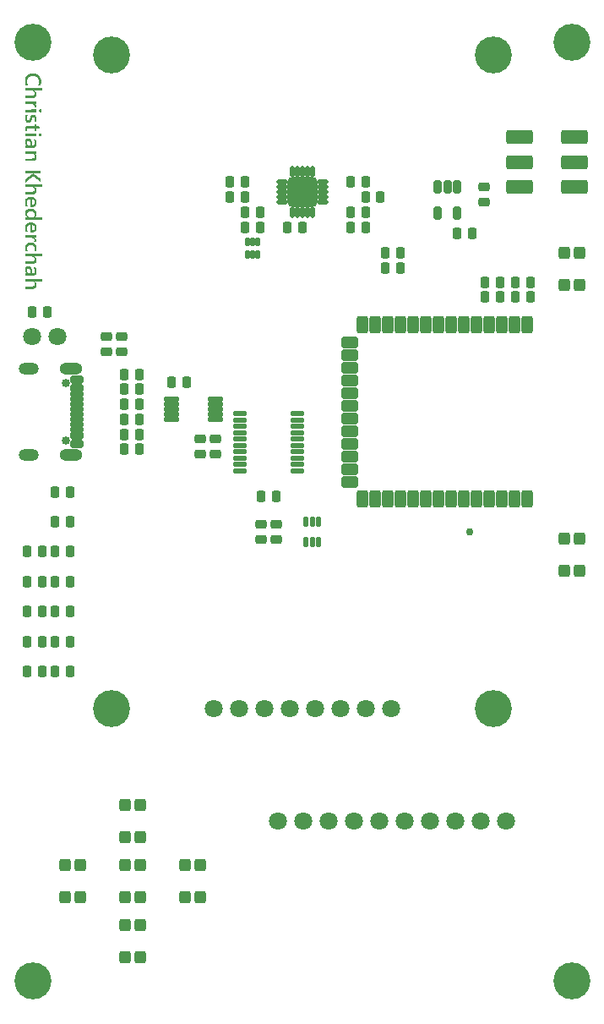
<source format=gts>
G04*
G04 #@! TF.GenerationSoftware,Altium Limited,Altium Designer,22.10.1 (41)*
G04*
G04 Layer_Color=8388736*
%FSLAX44Y44*%
%MOMM*%
G71*
G04*
G04 #@! TF.SameCoordinates,A44A1546-0101-49FE-9D39-825E196A96A3*
G04*
G04*
G04 #@! TF.FilePolarity,Negative*
G04*
G01*
G75*
G04:AMPARAMS|DCode=30|XSize=0.9032mm|YSize=1.1032mm|CornerRadius=0.1891mm|HoleSize=0mm|Usage=FLASHONLY|Rotation=0.000|XOffset=0mm|YOffset=0mm|HoleType=Round|Shape=RoundedRectangle|*
%AMROUNDEDRECTD30*
21,1,0.9032,0.7250,0,0,0.0*
21,1,0.5250,1.1032,0,0,0.0*
1,1,0.3782,0.2625,-0.3625*
1,1,0.3782,-0.2625,-0.3625*
1,1,0.3782,-0.2625,0.3625*
1,1,0.3782,0.2625,0.3625*
%
%ADD30ROUNDEDRECTD30*%
G04:AMPARAMS|DCode=31|XSize=1.7032mm|YSize=1.1032mm|CornerRadius=0.2141mm|HoleSize=0mm|Usage=FLASHONLY|Rotation=270.000|XOffset=0mm|YOffset=0mm|HoleType=Round|Shape=RoundedRectangle|*
%AMROUNDEDRECTD31*
21,1,1.7032,0.6750,0,0,270.0*
21,1,1.2750,1.1032,0,0,270.0*
1,1,0.4282,-0.3375,-0.6375*
1,1,0.4282,-0.3375,0.6375*
1,1,0.4282,0.3375,0.6375*
1,1,0.4282,0.3375,-0.6375*
%
%ADD31ROUNDEDRECTD31*%
G04:AMPARAMS|DCode=32|XSize=1.7032mm|YSize=1.1032mm|CornerRadius=0.2141mm|HoleSize=0mm|Usage=FLASHONLY|Rotation=180.000|XOffset=0mm|YOffset=0mm|HoleType=Round|Shape=RoundedRectangle|*
%AMROUNDEDRECTD32*
21,1,1.7032,0.6750,0,0,180.0*
21,1,1.2750,1.1032,0,0,180.0*
1,1,0.4282,-0.6375,0.3375*
1,1,0.4282,0.6375,0.3375*
1,1,0.4282,0.6375,-0.3375*
1,1,0.4282,-0.6375,-0.3375*
%
%ADD32ROUNDEDRECTD32*%
G04:AMPARAMS|DCode=33|XSize=0.9032mm|YSize=1.1032mm|CornerRadius=0.1891mm|HoleSize=0mm|Usage=FLASHONLY|Rotation=90.000|XOffset=0mm|YOffset=0mm|HoleType=Round|Shape=RoundedRectangle|*
%AMROUNDEDRECTD33*
21,1,0.9032,0.7250,0,0,90.0*
21,1,0.5250,1.1032,0,0,90.0*
1,1,0.3782,0.3625,0.2625*
1,1,0.3782,0.3625,-0.2625*
1,1,0.3782,-0.3625,-0.2625*
1,1,0.3782,-0.3625,0.2625*
%
%ADD33ROUNDEDRECTD33*%
G04:AMPARAMS|DCode=34|XSize=3.0032mm|YSize=3.0032mm|CornerRadius=0.4516mm|HoleSize=0mm|Usage=FLASHONLY|Rotation=180.000|XOffset=0mm|YOffset=0mm|HoleType=Round|Shape=RoundedRectangle|*
%AMROUNDEDRECTD34*
21,1,3.0032,2.1000,0,0,180.0*
21,1,2.1000,3.0032,0,0,180.0*
1,1,0.9032,-1.0500,1.0500*
1,1,0.9032,1.0500,1.0500*
1,1,0.9032,1.0500,-1.0500*
1,1,0.9032,-1.0500,-1.0500*
%
%ADD34ROUNDEDRECTD34*%
G04:AMPARAMS|DCode=35|XSize=1.1032mm|YSize=0.5032mm|CornerRadius=0.1391mm|HoleSize=0mm|Usage=FLASHONLY|Rotation=180.000|XOffset=0mm|YOffset=0mm|HoleType=Round|Shape=RoundedRectangle|*
%AMROUNDEDRECTD35*
21,1,1.1032,0.2250,0,0,180.0*
21,1,0.8250,0.5032,0,0,180.0*
1,1,0.2782,-0.4125,0.1125*
1,1,0.2782,0.4125,0.1125*
1,1,0.2782,0.4125,-0.1125*
1,1,0.2782,-0.4125,-0.1125*
%
%ADD35ROUNDEDRECTD35*%
G04:AMPARAMS|DCode=36|XSize=1.1032mm|YSize=0.5032mm|CornerRadius=0.1391mm|HoleSize=0mm|Usage=FLASHONLY|Rotation=90.000|XOffset=0mm|YOffset=0mm|HoleType=Round|Shape=RoundedRectangle|*
%AMROUNDEDRECTD36*
21,1,1.1032,0.2250,0,0,90.0*
21,1,0.8250,0.5032,0,0,90.0*
1,1,0.2782,0.1125,0.4125*
1,1,0.2782,0.1125,-0.4125*
1,1,0.2782,-0.1125,-0.4125*
1,1,0.2782,-0.1125,0.4125*
%
%ADD36ROUNDEDRECTD36*%
G04:AMPARAMS|DCode=37|XSize=0.5mm|YSize=1.37mm|CornerRadius=0.1mm|HoleSize=0mm|Usage=FLASHONLY|Rotation=270.000|XOffset=0mm|YOffset=0mm|HoleType=Round|Shape=RoundedRectangle|*
%AMROUNDEDRECTD37*
21,1,0.5000,1.1700,0,0,270.0*
21,1,0.3000,1.3700,0,0,270.0*
1,1,0.2000,-0.5850,-0.1500*
1,1,0.2000,-0.5850,0.1500*
1,1,0.2000,0.5850,0.1500*
1,1,0.2000,0.5850,-0.1500*
%
%ADD37ROUNDEDRECTD37*%
G04:AMPARAMS|DCode=38|XSize=0.5032mm|YSize=1.0032mm|CornerRadius=0.1391mm|HoleSize=0mm|Usage=FLASHONLY|Rotation=0.000|XOffset=0mm|YOffset=0mm|HoleType=Round|Shape=RoundedRectangle|*
%AMROUNDEDRECTD38*
21,1,0.5032,0.7250,0,0,0.0*
21,1,0.2250,1.0032,0,0,0.0*
1,1,0.2782,0.1125,-0.3625*
1,1,0.2782,-0.1125,-0.3625*
1,1,0.2782,-0.1125,0.3625*
1,1,0.2782,0.1125,0.3625*
%
%ADD38ROUNDEDRECTD38*%
G04:AMPARAMS|DCode=39|XSize=1.3032mm|YSize=0.8032mm|CornerRadius=0.1766mm|HoleSize=0mm|Usage=FLASHONLY|Rotation=90.000|XOffset=0mm|YOffset=0mm|HoleType=Round|Shape=RoundedRectangle|*
%AMROUNDEDRECTD39*
21,1,1.3032,0.4500,0,0,90.0*
21,1,0.9500,0.8032,0,0,90.0*
1,1,0.3532,0.2250,0.4750*
1,1,0.3532,0.2250,-0.4750*
1,1,0.3532,-0.2250,-0.4750*
1,1,0.3532,-0.2250,0.4750*
%
%ADD39ROUNDEDRECTD39*%
G04:AMPARAMS|DCode=40|XSize=0.5032mm|YSize=0.8732mm|CornerRadius=0.1391mm|HoleSize=0mm|Usage=FLASHONLY|Rotation=0.000|XOffset=0mm|YOffset=0mm|HoleType=Round|Shape=RoundedRectangle|*
%AMROUNDEDRECTD40*
21,1,0.5032,0.5950,0,0,0.0*
21,1,0.2250,0.8732,0,0,0.0*
1,1,0.2782,0.1125,-0.2975*
1,1,0.2782,-0.1125,-0.2975*
1,1,0.2782,-0.1125,0.2975*
1,1,0.2782,0.1125,0.2975*
%
%ADD40ROUNDEDRECTD40*%
G04:AMPARAMS|DCode=41|XSize=0.8032mm|YSize=1.3532mm|CornerRadius=0.1766mm|HoleSize=0mm|Usage=FLASHONLY|Rotation=270.000|XOffset=0mm|YOffset=0mm|HoleType=Round|Shape=RoundedRectangle|*
%AMROUNDEDRECTD41*
21,1,0.8032,1.0000,0,0,270.0*
21,1,0.4500,1.3532,0,0,270.0*
1,1,0.3532,-0.5000,-0.2250*
1,1,0.3532,-0.5000,0.2250*
1,1,0.3532,0.5000,0.2250*
1,1,0.3532,0.5000,-0.2250*
%
%ADD41ROUNDEDRECTD41*%
G04:AMPARAMS|DCode=42|XSize=0.5032mm|YSize=1.3532mm|CornerRadius=0.1391mm|HoleSize=0mm|Usage=FLASHONLY|Rotation=270.000|XOffset=0mm|YOffset=0mm|HoleType=Round|Shape=RoundedRectangle|*
%AMROUNDEDRECTD42*
21,1,0.5032,1.0750,0,0,270.0*
21,1,0.2250,1.3532,0,0,270.0*
1,1,0.2782,-0.5375,-0.1125*
1,1,0.2782,-0.5375,0.1125*
1,1,0.2782,0.5375,0.1125*
1,1,0.2782,0.5375,-0.1125*
%
%ADD42ROUNDEDRECTD42*%
G04:AMPARAMS|DCode=43|XSize=1.4032mm|YSize=2.7032mm|CornerRadius=0.2516mm|HoleSize=0mm|Usage=FLASHONLY|Rotation=270.000|XOffset=0mm|YOffset=0mm|HoleType=Round|Shape=RoundedRectangle|*
%AMROUNDEDRECTD43*
21,1,1.4032,2.2000,0,0,270.0*
21,1,0.9000,2.7032,0,0,270.0*
1,1,0.5032,-1.1000,-0.4500*
1,1,0.5032,-1.1000,0.4500*
1,1,0.5032,1.1000,0.4500*
1,1,0.5032,1.1000,-0.4500*
%
%ADD43ROUNDEDRECTD43*%
G04:AMPARAMS|DCode=44|XSize=1.4032mm|YSize=2.7033mm|CornerRadius=0.2516mm|HoleSize=0mm|Usage=FLASHONLY|Rotation=270.000|XOffset=0mm|YOffset=0mm|HoleType=Round|Shape=RoundedRectangle|*
%AMROUNDEDRECTD44*
21,1,1.4032,2.2001,0,0,270.0*
21,1,0.9000,2.7033,0,0,270.0*
1,1,0.5032,-1.1001,-0.4500*
1,1,0.5032,-1.1001,0.4500*
1,1,0.5032,1.1001,0.4500*
1,1,0.5032,1.1001,-0.4500*
%
%ADD44ROUNDEDRECTD44*%
G04:AMPARAMS|DCode=45|XSize=0.5032mm|YSize=1.6032mm|CornerRadius=0.1391mm|HoleSize=0mm|Usage=FLASHONLY|Rotation=270.000|XOffset=0mm|YOffset=0mm|HoleType=Round|Shape=RoundedRectangle|*
%AMROUNDEDRECTD45*
21,1,0.5032,1.3250,0,0,270.0*
21,1,0.2250,1.6032,0,0,270.0*
1,1,0.2782,-0.6625,-0.1125*
1,1,0.2782,-0.6625,0.1125*
1,1,0.2782,0.6625,0.1125*
1,1,0.2782,0.6625,-0.1125*
%
%ADD45ROUNDEDRECTD45*%
G04:AMPARAMS|DCode=46|XSize=1.2032mm|YSize=1.1032mm|CornerRadius=0.2141mm|HoleSize=0mm|Usage=FLASHONLY|Rotation=90.000|XOffset=0mm|YOffset=0mm|HoleType=Round|Shape=RoundedRectangle|*
%AMROUNDEDRECTD46*
21,1,1.2032,0.6750,0,0,90.0*
21,1,0.7750,1.1032,0,0,90.0*
1,1,0.4282,0.3375,0.3875*
1,1,0.4282,0.3375,-0.3875*
1,1,0.4282,-0.3375,-0.3875*
1,1,0.4282,-0.3375,0.3875*
%
%ADD46ROUNDEDRECTD46*%
%ADD47C,3.7032*%
%ADD48C,1.8032*%
%ADD49O,2.0032X1.2032*%
%ADD50O,2.3032X1.2032*%
%ADD51C,0.8532*%
%ADD52C,0.7532*%
%ADD53C,0.7032*%
G36*
X31780Y728030D02*
X31805Y728128D01*
X31780Y728374D01*
X31731Y728497D01*
X31694Y728730D01*
X31596Y728878D01*
X31559Y728915D01*
X31510Y729038D01*
X31387Y729259D01*
X31264Y729382D01*
X31239Y729431D01*
X30883Y729787D01*
X30662Y729910D01*
X30564Y730008D01*
X30392Y730082D01*
X30269Y730156D01*
X30121Y730254D01*
X29839Y730315D01*
X29642Y730389D01*
X29519Y730438D01*
X29421Y730463D01*
X29286Y730500D01*
X29040Y730524D01*
X28647Y730549D01*
X22418Y730537D01*
X22320Y730610D01*
X22295Y730709D01*
X22307Y730967D01*
X22295Y732650D01*
X22320Y732699D01*
X22295Y732773D01*
X22320Y733043D01*
X22381Y733104D01*
X22553Y733129D01*
X22651Y733104D01*
X38906Y733117D01*
X39004Y733068D01*
X39029Y732969D01*
X39004Y730586D01*
X38967Y730549D01*
X38795Y730524D01*
X38550Y730549D01*
X32345Y730537D01*
X31964Y730549D01*
X31841Y730475D01*
X31805Y730438D01*
X31829Y730365D01*
X31891Y730303D01*
X32013Y730254D01*
X32185Y730156D01*
X32407Y729984D01*
X32443Y729947D01*
X32468Y729898D01*
X32529Y729836D01*
X32579Y729812D01*
X32665Y729726D01*
X32689Y729677D01*
X32775Y729591D01*
X32824Y729566D01*
X32910Y729480D01*
X32935Y729431D01*
X33107Y729259D01*
X33254Y728988D01*
X33303Y728939D01*
X33328Y728890D01*
X33402Y728718D01*
X33525Y728497D01*
X33574Y728374D01*
X33598Y728276D01*
X33660Y728018D01*
X33684Y727920D01*
X33770Y727637D01*
X33795Y727539D01*
X33819Y727293D01*
X33844Y727121D01*
X33819Y726187D01*
X33795Y726114D01*
X33746Y725794D01*
X33672Y725622D01*
X33623Y725425D01*
X33586Y725241D01*
X33561Y725143D01*
X33525Y725106D01*
X33500Y725057D01*
X33451Y725008D01*
X33377Y724836D01*
X33328Y724713D01*
X33217Y724578D01*
X33156Y724516D01*
X33131Y724467D01*
X33021Y724332D01*
X32972Y724307D01*
X32910Y724221D01*
X32800Y724111D01*
X32751Y724086D01*
X32714Y724049D01*
X32689Y724000D01*
X32628Y723939D01*
X32579Y723914D01*
X32443Y723804D01*
X32407Y723767D01*
X32357Y723742D01*
X32235Y723693D01*
X32013Y723570D01*
X31891Y723496D01*
X31792Y723472D01*
X31620Y723423D01*
X31460Y723361D01*
X31252Y723275D01*
X31153Y723251D01*
X30981Y723226D01*
X30883Y723202D01*
X30564Y723177D01*
X30441Y723128D01*
X30072Y723103D01*
X29949Y723054D01*
X22418Y723042D01*
X22344Y723091D01*
X22320Y723189D01*
X22295Y723361D01*
X22320Y725524D01*
X22381Y725585D01*
X22479Y725610D01*
X22946Y725585D01*
X29003Y725598D01*
X29237Y725585D01*
X29310Y725610D01*
X29654Y725634D01*
X29728Y725659D01*
X29888Y725720D01*
X30097Y725782D01*
X30269Y725806D01*
X30367Y725831D01*
X30785Y726028D01*
X30957Y726126D01*
X31080Y726249D01*
X31252Y726347D01*
X31313Y726408D01*
X31338Y726458D01*
X31460Y726580D01*
X31583Y726802D01*
X31657Y726875D01*
X31706Y727047D01*
X31731Y727145D01*
X31768Y727305D01*
X31780Y728006D01*
Y728030D01*
D02*
G37*
G36*
X33820Y739776D02*
X33795Y739702D01*
X33771Y739456D01*
X33746Y739383D01*
X33673Y739112D01*
X33636Y738953D01*
X33611Y738805D01*
X33586Y738682D01*
X33562Y738584D01*
X33464Y738437D01*
X33402Y738302D01*
X33316Y738068D01*
X33279Y738031D01*
X33255Y737982D01*
X33206Y737933D01*
X33181Y737884D01*
X33058Y737663D01*
X32935Y737540D01*
X32911Y737491D01*
X32825Y737380D01*
X32776Y737355D01*
X32641Y737220D01*
X32628Y737184D01*
X32579Y737159D01*
X32444Y737048D01*
X32358Y736962D01*
X32186Y736889D01*
X32063Y736815D01*
X31989Y736741D01*
X31867Y736692D01*
X31768Y736667D01*
X31535Y736581D01*
X31400Y736520D01*
X31277Y736471D01*
X31178Y736446D01*
X31006Y736422D01*
X30724Y736385D01*
X30576Y736360D01*
X30306Y736336D01*
X30159Y736311D01*
X29950Y736250D01*
X26411D01*
X26387D01*
X22467Y736237D01*
X22381Y736274D01*
X22345Y736311D01*
X22295Y736508D01*
X22308Y738388D01*
X22295Y738670D01*
X22357Y738756D01*
X22455Y738781D01*
X23770Y738768D01*
X23868Y738793D01*
X23917Y738818D01*
X23942Y738916D01*
X23917Y738965D01*
X23880Y739002D01*
X23708Y739076D01*
X23659Y739100D01*
X23524Y739211D01*
X23377Y739309D01*
X23291Y739370D01*
X23254Y739407D01*
X23241Y739444D01*
X23192Y739469D01*
X23119Y739542D01*
X23069Y739567D01*
X23033Y739604D01*
X22934Y739776D01*
X22836Y739874D01*
X22811Y739923D01*
X22639Y740145D01*
X22541Y740292D01*
X22504Y740452D01*
X22418Y740587D01*
X22369Y740636D01*
X22320Y740759D01*
X22283Y740919D01*
X22259Y741041D01*
X22197Y741250D01*
X22123Y741496D01*
X22099Y741668D01*
X22074Y741988D01*
X22099Y742848D01*
X22123Y742921D01*
X22148Y743216D01*
X22246Y743437D01*
X22271Y743609D01*
X22295Y743708D01*
X22320Y743855D01*
X22394Y743978D01*
X22443Y744027D01*
X22467Y744076D01*
X22517Y744199D01*
X22578Y744359D01*
X22713Y744494D01*
X22738Y744543D01*
X22910Y744764D01*
X23266Y745120D01*
X23315Y745145D01*
X23487Y745268D01*
X23536Y745317D01*
X23708Y745391D01*
X23831Y745440D01*
X24003Y745563D01*
X24200Y745612D01*
X24372Y745637D01*
X24470Y745661D01*
X24642Y745686D01*
X24790Y745710D01*
X24962Y745784D01*
X25060Y745808D01*
X25441Y745796D01*
X25723Y745808D01*
X25797Y745784D01*
X26006Y745747D01*
X26129Y745723D01*
X26424Y745649D01*
X26718Y745600D01*
X26841Y745551D01*
X27026Y745440D01*
X27161Y745403D01*
X27284Y745354D01*
X27431Y745256D01*
X27492Y745194D01*
X27664Y745096D01*
X27996Y744764D01*
X28008Y744727D01*
X28058Y744703D01*
X28193Y744568D01*
X28266Y744445D01*
X28340Y744371D01*
X28365Y744322D01*
X28537Y744002D01*
X28611Y743929D01*
X28647Y743794D01*
X28672Y743695D01*
X28746Y743499D01*
X28783Y743462D01*
X28856Y743290D01*
X28881Y743192D01*
X28918Y742983D01*
X28967Y742737D01*
X28991Y742639D01*
X29077Y742430D01*
X29102Y742258D01*
X29188Y741385D01*
X29213Y741287D01*
X29262Y741041D01*
X29286Y740894D01*
X29335Y740648D01*
X29360Y740304D01*
X29397Y739973D01*
X29422Y739702D01*
X29446Y739629D01*
X29471Y739530D01*
X29495Y739358D01*
X29520Y739260D01*
X29544Y739088D01*
X29569Y738990D01*
X29606Y738830D01*
X29680Y738732D01*
X29827Y738707D01*
X29901Y738732D01*
X29999Y738756D01*
X30318Y738781D01*
X30490Y738805D01*
X30638Y738830D01*
X30810Y738953D01*
X30933Y739002D01*
X31092Y739063D01*
X31252Y739223D01*
X31301Y739248D01*
X31350Y739297D01*
X31400Y739321D01*
X31461Y739383D01*
X31486Y739432D01*
X31658Y739653D01*
X31731Y739825D01*
X31793Y739985D01*
X31903Y740243D01*
X31928Y740415D01*
X31977Y741054D01*
X31953Y741521D01*
X31928Y741889D01*
X31903Y741963D01*
X31867Y742098D01*
X31842Y742196D01*
X31781Y742356D01*
X31756Y742454D01*
X31695Y742811D01*
X31535Y743118D01*
X31510Y743216D01*
X31449Y743376D01*
X31387Y743462D01*
X31338Y743511D01*
X31289Y743634D01*
X31228Y743794D01*
X31043Y744052D01*
X30945Y744224D01*
X30798Y744371D01*
X30773Y744420D01*
X30699Y744494D01*
X30675Y744568D01*
X30712Y744629D01*
X30884Y744678D01*
X32776Y744654D01*
X32862Y744568D01*
X32923Y744408D01*
X32960Y744322D01*
X33070Y744187D01*
X33132Y744027D01*
X33169Y743892D01*
X33218Y743769D01*
X33378Y743413D01*
X33402Y743241D01*
X33427Y743142D01*
X33476Y743019D01*
X33574Y742798D01*
X33599Y742700D01*
X33623Y742454D01*
X33648Y742282D01*
X33673Y742184D01*
X33697Y741963D01*
X33771Y741791D01*
X33795Y741693D01*
X33820Y741250D01*
X33845Y741177D01*
X33820Y739776D01*
D02*
G37*
G36*
X22410Y755539D02*
X22324Y755601D01*
X22299Y755699D01*
X22312Y755982D01*
X22299Y757665D01*
X22324Y757714D01*
X22299Y757788D01*
X22324Y758058D01*
X22361Y758095D01*
X22459Y758120D01*
X38972Y758095D01*
X39033Y758034D01*
X39009Y755601D01*
X38972Y755564D01*
X38874Y755539D01*
X32006Y755552D01*
X31907Y755527D01*
X31834Y755478D01*
X31809Y755404D01*
X31871Y755318D01*
X32116Y755220D01*
X32251Y755109D01*
X32423Y754986D01*
X32448Y754937D01*
X32608Y754778D01*
X32645Y754765D01*
X32669Y754716D01*
X32829Y754556D01*
X32878Y754532D01*
X32976Y754384D01*
X33111Y754274D01*
X33161Y754151D01*
X33234Y754028D01*
X33283Y753979D01*
X33308Y753930D01*
X33406Y753709D01*
X33505Y753537D01*
X33578Y753365D01*
X33603Y753266D01*
X33640Y753107D01*
X33664Y753008D01*
X33775Y752652D01*
X33799Y752554D01*
X33849Y752013D01*
X33824Y751202D01*
X33799Y751128D01*
X33763Y750871D01*
X33627Y750441D01*
X33591Y750232D01*
X33541Y750109D01*
X33505Y750072D01*
X33480Y750023D01*
X33431Y749974D01*
X33369Y749814D01*
X33320Y749691D01*
X33185Y749556D01*
X33161Y749507D01*
X33050Y749372D01*
X32608Y748929D01*
X32559Y748905D01*
X32423Y748794D01*
X32362Y748733D01*
X32129Y748647D01*
X31981Y748548D01*
X31846Y748487D01*
X31748Y748462D01*
X31576Y748413D01*
X31354Y748315D01*
X31182Y748266D01*
X31084Y748241D01*
X30912Y748217D01*
X30580Y748180D01*
X30445Y748143D01*
X30101Y748118D01*
X29978Y748069D01*
X29806Y748045D01*
X22471Y748032D01*
X22385Y748069D01*
X22349Y748106D01*
X22299Y748303D01*
X22324Y750514D01*
X22361Y750576D01*
X22484Y750625D01*
X22729Y750600D01*
X29585Y750625D01*
X29659Y750649D01*
X29794Y750686D01*
X29917Y750735D01*
X30052Y750772D01*
X30150Y750797D01*
X30359Y750834D01*
X30482Y750883D01*
X30666Y750993D01*
X30765Y751018D01*
X30937Y751116D01*
X30998Y751153D01*
X31023Y751202D01*
X31232Y751337D01*
X31342Y751448D01*
X31367Y751497D01*
X31490Y751620D01*
X31588Y751792D01*
X31686Y751939D01*
X31711Y752038D01*
X31748Y752197D01*
X31772Y752320D01*
X31797Y753057D01*
X31809Y753266D01*
X31785Y753340D01*
X31735Y753537D01*
X31699Y753721D01*
X31662Y753807D01*
X31563Y753905D01*
X31502Y754065D01*
X31453Y754188D01*
X31293Y754348D01*
X31268Y754397D01*
X31158Y754532D01*
X31109Y754581D01*
X31060Y754606D01*
X30998Y754667D01*
X30974Y754716D01*
X30888Y754802D01*
X30728Y754864D01*
X30691Y754900D01*
X30642Y754925D01*
X30544Y755023D01*
X30372Y755097D01*
X30322Y755122D01*
X30150Y755245D01*
X29954Y755294D01*
X29819Y755331D01*
X29622Y755404D01*
X29339Y755490D01*
X29241Y755515D01*
X28922Y755539D01*
X22435D01*
X22410D01*
D02*
G37*
G36*
X25450Y766204D02*
X25401Y766155D01*
X25278Y766081D01*
X25131Y765934D01*
X25081Y765909D01*
X25032Y765860D01*
X24983Y765835D01*
X24922Y765774D01*
X24897Y765725D01*
X24725Y765504D01*
X24578Y765233D01*
X24529Y765184D01*
X24504Y765135D01*
X24455Y765086D01*
X24381Y764840D01*
X24234Y764594D01*
X24209Y764496D01*
X24185Y764324D01*
X24148Y764042D01*
X24123Y763943D01*
X24111Y762702D01*
X24135Y762629D01*
X24160Y762530D01*
X24221Y762174D01*
X24381Y761867D01*
X24418Y761707D01*
X24467Y761584D01*
X24529Y761523D01*
X24553Y761474D01*
X24602Y761424D01*
X24651Y761302D01*
X24750Y761130D01*
X24873Y761007D01*
X24897Y760958D01*
X24946Y760835D01*
X24922Y760736D01*
X24811Y760700D01*
X22870Y760724D01*
X22808Y760761D01*
X22759Y760884D01*
X22698Y761044D01*
X22636Y761130D01*
X22587Y761179D01*
X22538Y761351D01*
X22514Y761449D01*
X22452Y761609D01*
X22403Y761732D01*
X22342Y761867D01*
X22292Y762063D01*
X22256Y762321D01*
X22219Y762457D01*
X22194Y762555D01*
X22170Y762727D01*
X22145Y762825D01*
X22120Y762997D01*
X22096Y763095D01*
X22071Y763489D01*
X22096Y764693D01*
X22120Y764766D01*
X22145Y764987D01*
X22194Y765110D01*
X22243Y765307D01*
X22280Y765590D01*
X22329Y765835D01*
X22378Y765958D01*
X22489Y766143D01*
X22526Y766327D01*
X22600Y766523D01*
X22636Y766560D01*
X22661Y766609D01*
X22710Y766658D01*
X22772Y766818D01*
X22821Y766941D01*
X22858Y766978D01*
X22870Y767015D01*
X22907Y767027D01*
X22931Y767076D01*
X22980Y767125D01*
X23030Y767248D01*
X23140Y767383D01*
X23226Y767469D01*
X23251Y767519D01*
X23423Y767691D01*
X23447Y767740D01*
X23619Y767961D01*
X23767Y768059D01*
X23853Y768121D01*
X24025Y768293D01*
X24074Y768317D01*
X24221Y768465D01*
X24271Y768489D01*
X24443Y768612D01*
X24492Y768661D01*
X24664Y768735D01*
X24836Y768833D01*
X24909Y768907D01*
X25032Y768956D01*
X25229Y769005D01*
X25647Y769202D01*
X26003Y769263D01*
X26212Y769325D01*
X26556Y769423D01*
X26728Y769447D01*
X27637Y769472D01*
X28816Y769447D01*
X28890Y769423D01*
X29087Y769374D01*
X29345Y769312D01*
X29455Y769276D01*
X29652Y769226D01*
X29934Y769190D01*
X30094Y769128D01*
X30242Y769030D01*
X30401Y768993D01*
X30500Y768968D01*
X30696Y768846D01*
X30733Y768809D01*
X30856Y768760D01*
X31016Y768698D01*
X31274Y768514D01*
X31372Y768489D01*
X31421Y768440D01*
X31458Y768428D01*
X31483Y768379D01*
X31544Y768317D01*
X31593Y768293D01*
X31765Y768170D01*
X31913Y768022D01*
X32036Y767949D01*
X32392Y767592D01*
X32416Y767543D01*
X32527Y767408D01*
X32638Y767297D01*
X32736Y767125D01*
X32797Y767064D01*
X32834Y767052D01*
X32859Y767002D01*
X33031Y766683D01*
X33080Y766634D01*
X33178Y766388D01*
X33276Y766216D01*
X33326Y766167D01*
X33399Y765872D01*
X33485Y765639D01*
X33596Y765381D01*
X33633Y765098D01*
X33706Y764803D01*
X33780Y764435D01*
X33805Y764115D01*
X33829Y763992D01*
X33842Y762751D01*
X33817Y762678D01*
X33780Y762444D01*
X33756Y762199D01*
X33694Y761990D01*
X33645Y761793D01*
X33584Y761388D01*
X33559Y761289D01*
X33424Y761031D01*
X33375Y760810D01*
X33338Y760749D01*
X33289Y760724D01*
X33215Y760700D01*
X31225Y760724D01*
X31163Y760786D01*
X31188Y760933D01*
X31360Y761253D01*
X31409Y761302D01*
X31483Y761474D01*
X31507Y761572D01*
X31569Y761732D01*
X31679Y761990D01*
X31704Y762088D01*
X31728Y762260D01*
X31753Y762604D01*
X31778Y762678D01*
X31802Y762850D01*
X31778Y763169D01*
X31790Y763673D01*
X31765Y763796D01*
X31741Y763943D01*
X31716Y764189D01*
X31692Y764336D01*
X31642Y764459D01*
X31532Y764643D01*
X31495Y764779D01*
X31409Y764963D01*
X31360Y765012D01*
X31335Y765061D01*
X31188Y765332D01*
X31065Y765454D01*
X30967Y765627D01*
X30881Y765688D01*
X30745Y765823D01*
X30721Y765872D01*
X30573Y765971D01*
X30414Y766130D01*
X30242Y766228D01*
X30143Y766327D01*
X30020Y766376D01*
X29861Y766437D01*
X29775Y766499D01*
X29652Y766572D01*
X29455Y766622D01*
X29320Y766658D01*
X29124Y766732D01*
X28841Y766818D01*
X28743Y766843D01*
X27907Y766867D01*
X26875Y766843D01*
X26802Y766818D01*
X26666Y766781D01*
X26359Y766646D01*
X26150Y766609D01*
X26028Y766560D01*
X25942Y766474D01*
X25769Y766401D01*
X25548Y766278D01*
X25475Y766204D01*
X25450D01*
D02*
G37*
G36*
X22600Y774387D02*
X22526Y774362D01*
X22379Y774387D01*
X22317Y774448D01*
X22293Y774620D01*
X22317Y776832D01*
X22403Y776942D01*
X33535Y776918D01*
X33572Y776881D01*
X33596Y776709D01*
X33609Y774559D01*
X33584Y774460D01*
X33510Y774387D01*
X33412Y774362D01*
X33093Y774387D01*
X31704Y774399D01*
X31495Y774362D01*
X31434Y774301D01*
X31458Y774251D01*
X31495Y774215D01*
X31594Y774190D01*
X32110Y773944D01*
X32282Y773846D01*
X32454Y773723D01*
X32662Y773613D01*
X32687Y773564D01*
X32749Y773502D01*
X32798Y773477D01*
X32933Y773367D01*
X33129Y773170D01*
X33154Y773121D01*
X33240Y773011D01*
X33289Y772986D01*
X33326Y772949D01*
X33351Y772900D01*
X33473Y772679D01*
X33523Y772630D01*
X33547Y772580D01*
X33621Y772409D01*
X33658Y772273D01*
X33768Y772015D01*
X33805Y771856D01*
X33830Y771757D01*
X33842Y771008D01*
X33818Y770934D01*
X33793Y770787D01*
X33596Y770418D01*
X33461Y770357D01*
X32921Y770381D01*
X31360Y770369D01*
X31237Y770394D01*
X31188Y770443D01*
X31213Y770590D01*
X31336Y770811D01*
X31385Y770860D01*
X31458Y771032D01*
X31508Y771573D01*
X31483Y772114D01*
X31458Y772187D01*
X31434Y772409D01*
X31385Y772458D01*
X31360Y772507D01*
X31311Y772556D01*
X31262Y772728D01*
X31164Y772900D01*
X31090Y772974D01*
X31065Y773023D01*
X30942Y773195D01*
X30856Y773256D01*
X30770Y773342D01*
X30746Y773391D01*
X30684Y773453D01*
X30635Y773477D01*
X30525Y773564D01*
X30500Y773613D01*
X30463Y773650D01*
X30144Y773821D01*
X30095Y773871D01*
X29972Y773920D01*
X29812Y773981D01*
X29628Y774092D01*
X29456Y774141D01*
X29161Y774190D01*
X29063Y774215D01*
X28903Y774276D01*
X28792Y774313D01*
X28694Y774337D01*
X28375Y774362D01*
X28301Y774387D01*
X22625D01*
X22600D01*
D02*
G37*
G36*
X33820Y783589D02*
X33795Y783515D01*
X33771Y783147D01*
X33673Y782926D01*
X33636Y782717D01*
X33611Y782594D01*
X33586Y782447D01*
X33537Y782324D01*
X33427Y782139D01*
X33316Y781832D01*
X33255Y781746D01*
X33156Y781599D01*
X33107Y781476D01*
X32997Y781341D01*
X32935Y781279D01*
X32812Y781058D01*
X32727Y780997D01*
X32641Y780911D01*
X32616Y780862D01*
X32555Y780800D01*
X32505Y780776D01*
X32395Y780665D01*
X32370Y780616D01*
X32333Y780579D01*
X32112Y780456D01*
X32039Y780382D01*
X31989Y780358D01*
X31817Y780259D01*
X31731Y780198D01*
X31719Y780161D01*
X31670Y780137D01*
X31498Y780063D01*
X31338Y780002D01*
X31228Y779891D01*
X31056Y779842D01*
X30896Y779805D01*
X30773Y779756D01*
X30515Y779645D01*
X30417Y779621D01*
X30036Y779559D01*
X29716Y779510D01*
X29581Y779449D01*
X29483Y779424D01*
X29090Y779399D01*
X29016Y779375D01*
X27370Y779399D01*
X27308Y779461D01*
X27284Y779608D01*
X27308Y779682D01*
X27284Y787005D01*
X27222Y787091D01*
X27124Y787115D01*
X26780Y787091D01*
X26706Y787066D01*
X26571Y787029D01*
X26411Y786968D01*
X26116Y786919D01*
X25981Y786882D01*
X25858Y786833D01*
X25797Y786771D01*
X25625Y786698D01*
X25465Y786636D01*
X25318Y786513D01*
X25281Y786476D01*
X25232Y786452D01*
X25097Y786341D01*
X25011Y786231D01*
X24962Y786206D01*
X24851Y786096D01*
X24826Y786046D01*
X24790Y786010D01*
X24740Y785985D01*
X24679Y785923D01*
X24556Y785702D01*
X24458Y785604D01*
X24409Y785481D01*
X24372Y785346D01*
X24286Y785211D01*
X24237Y785162D01*
X24188Y784990D01*
X24151Y784732D01*
X24126Y784633D01*
X24077Y784511D01*
X24040Y784375D01*
X24016Y784081D01*
X23991Y784007D01*
X23966Y783909D01*
X23991Y783122D01*
X24016Y783048D01*
X24040Y782950D01*
X24028Y782791D01*
X24052Y782692D01*
X24114Y782557D01*
X24138Y782459D01*
X24163Y782287D01*
X24224Y781906D01*
X24274Y781783D01*
X24360Y781623D01*
X24409Y781451D01*
X24470Y781292D01*
X24507Y781255D01*
X24532Y781206D01*
X24581Y781156D01*
X24630Y781034D01*
X24704Y780837D01*
X24814Y780702D01*
X24912Y780554D01*
X24974Y780419D01*
X24949Y780321D01*
X24839Y780284D01*
X23155Y780272D01*
X23069Y780309D01*
X22983Y780395D01*
X22959Y780444D01*
X22848Y780579D01*
X22811Y780616D01*
X22701Y780923D01*
X22590Y781132D01*
X22541Y781304D01*
X22517Y781402D01*
X22480Y781562D01*
X22431Y781685D01*
X22320Y781943D01*
X22283Y782225D01*
X22259Y782373D01*
X22246Y782385D01*
X22222Y782704D01*
X22197Y782827D01*
X22123Y782999D01*
X22099Y783515D01*
X22074Y783589D01*
X22099Y785088D01*
X22123Y785162D01*
X22148Y785481D01*
X22222Y785653D01*
X22246Y785751D01*
X22283Y785985D01*
X22308Y786182D01*
X22332Y786280D01*
X22381Y786403D01*
X22418Y786440D01*
X22443Y786489D01*
X22517Y786661D01*
X22541Y786808D01*
X22639Y786980D01*
X22689Y787029D01*
X22713Y787078D01*
X22787Y787251D01*
X22811Y787300D01*
X22959Y787447D01*
X23106Y787717D01*
X23327Y787939D01*
X23352Y787988D01*
X23438Y788049D01*
X23573Y788184D01*
X23598Y788233D01*
X23684Y788295D01*
X23794Y788405D01*
X23819Y788455D01*
X24126Y788639D01*
X24249Y788762D01*
X24372Y788811D01*
X24421Y788835D01*
X24556Y788946D01*
X24765Y789032D01*
X24863Y789057D01*
X25035Y789155D01*
X25256Y789253D01*
X25441Y789290D01*
X25539Y789315D01*
X25846Y789450D01*
X26190Y789499D01*
X26497Y789536D01*
X26620Y789560D01*
X26890Y789585D01*
X27038Y789609D01*
X27136Y789634D01*
X27259Y789659D01*
X28525Y789671D01*
X28647Y789622D01*
X28746Y789597D01*
X28856Y789585D01*
X29016Y789597D01*
X29090Y789573D01*
X29262Y789523D01*
X29508Y789499D01*
X29790Y789437D01*
X29913Y789388D01*
X30171Y789278D01*
X30404Y789241D01*
X30527Y789192D01*
X30638Y789106D01*
X30761Y789057D01*
X30859Y789032D01*
X31019Y788971D01*
X31154Y788835D01*
X31277Y788786D01*
X31449Y788688D01*
X31498Y788639D01*
X31547Y788614D01*
X31719Y788491D01*
X31867Y788344D01*
X32088Y788221D01*
X32125Y788184D01*
X32149Y788135D01*
X32284Y788000D01*
X32333Y787975D01*
X32395Y787889D01*
X32591Y787693D01*
X32616Y787644D01*
X32665Y787595D01*
X32690Y787545D01*
X32800Y787410D01*
X32886Y787324D01*
X32984Y787152D01*
X33034Y787103D01*
X33058Y787054D01*
X33230Y786734D01*
X33304Y786661D01*
X33353Y786538D01*
X33390Y786403D01*
X33414Y786304D01*
X33525Y786096D01*
X33599Y785923D01*
X33648Y785580D01*
X33673Y785481D01*
X33709Y785346D01*
X33771Y785211D01*
X33795Y785113D01*
X33820Y784744D01*
X33845Y784670D01*
X33820Y783589D01*
D02*
G37*
G36*
X39010Y792386D02*
X38875Y792325D01*
X38482Y792349D01*
X22448Y792337D01*
X22362Y792374D01*
X22325Y792411D01*
X22301Y792509D01*
X22313Y792792D01*
X22301Y794475D01*
X22325Y794499D01*
X22301Y794573D01*
X22325Y794843D01*
X22387Y794905D01*
X22485Y794929D01*
X22952Y794905D01*
X23578Y794917D01*
X23935Y794905D01*
X24094Y794991D01*
X24070Y795114D01*
X24033Y795151D01*
X23873Y795212D01*
X23787Y795249D01*
X23738Y795298D01*
X23689Y795323D01*
X23615Y795396D01*
X23566Y795421D01*
X23431Y795556D01*
X23419Y795593D01*
X23369Y795618D01*
X23210Y795777D01*
X23185Y795826D01*
X23099Y795888D01*
X22989Y795998D01*
X22964Y796048D01*
X22817Y796195D01*
X22743Y796367D01*
X22718Y796416D01*
X22608Y796551D01*
X22571Y796588D01*
X22522Y796711D01*
X22485Y796846D01*
X22387Y796994D01*
X22325Y797129D01*
X22301Y797301D01*
X22276Y797399D01*
X22239Y797559D01*
X22165Y797755D01*
X22129Y797866D01*
X22092Y798222D01*
X22079Y799340D01*
X22104Y799414D01*
X22141Y799574D01*
X22165Y799672D01*
X22202Y799807D01*
X22251Y800004D01*
X22288Y800163D01*
X22313Y800286D01*
X22337Y800385D01*
X22460Y800581D01*
X22583Y800901D01*
X22669Y801036D01*
X22718Y801085D01*
X22841Y801306D01*
X22964Y801429D01*
X22989Y801478D01*
X23161Y801699D01*
X23419Y801957D01*
X23468Y801982D01*
X23517Y802031D01*
X23566Y802056D01*
X23714Y802203D01*
X23886Y802301D01*
X24008Y802424D01*
X24180Y802498D01*
X24352Y802596D01*
X24402Y802645D01*
X24524Y802694D01*
X24758Y802780D01*
X24795Y802817D01*
X24844Y802842D01*
X25016Y802916D01*
X25114Y802940D01*
X25286Y802989D01*
X25593Y803100D01*
X25728Y803137D01*
X25827Y803161D01*
X25999Y803186D01*
X26281Y803223D01*
X26429Y803247D01*
X26699Y803272D01*
X26822Y803297D01*
X26920Y803321D01*
X27043Y803346D01*
X28358Y803358D01*
X28481Y803309D01*
X28579Y803284D01*
X29107Y803223D01*
X29304Y803198D01*
X29636Y803161D01*
X29734Y803137D01*
X29967Y803051D01*
X30176Y802989D01*
X30373Y802940D01*
X30532Y802903D01*
X30655Y802854D01*
X30692Y802817D01*
X30741Y802793D01*
X30913Y802719D01*
X31110Y802670D01*
X31245Y802559D01*
X31282Y802522D01*
X31405Y802473D01*
X31577Y802375D01*
X31626Y802326D01*
X31675Y802301D01*
X31933Y802166D01*
X31958Y802117D01*
X32044Y802031D01*
X32093Y802006D01*
X32228Y801896D01*
X32289Y801834D01*
X32339Y801810D01*
X32523Y801626D01*
X32535Y801589D01*
X32584Y801564D01*
X32744Y801404D01*
X32768Y801355D01*
X32891Y801232D01*
X32916Y801183D01*
X33026Y801048D01*
X33088Y800987D01*
X33137Y800864D01*
X33211Y800741D01*
X33321Y800606D01*
X33383Y800446D01*
X33420Y800311D01*
X33469Y800188D01*
X33506Y800151D01*
X33530Y800102D01*
X33579Y799979D01*
X33604Y799881D01*
X33629Y799709D01*
X33678Y799537D01*
X33751Y799291D01*
X33788Y799082D01*
X33813Y798959D01*
X33837Y798812D01*
X33850Y797817D01*
X33825Y797743D01*
X33751Y797276D01*
X33702Y797153D01*
X33629Y796908D01*
X33592Y796699D01*
X33506Y796563D01*
X33407Y796416D01*
X33370Y796281D01*
X33321Y796158D01*
X33186Y796023D01*
X33162Y795974D01*
X33051Y795814D01*
X33002Y795789D01*
X32965Y795753D01*
X32940Y795704D01*
X32891Y795654D01*
X32867Y795605D01*
X32682Y795421D01*
X32633Y795396D01*
X32498Y795286D01*
X32461Y795249D01*
X32412Y795224D01*
X32191Y795101D01*
X32154Y795065D01*
X32179Y794991D01*
X32240Y794929D01*
X32412Y794905D01*
X32940Y794917D01*
X36835Y794905D01*
X36860D01*
X38936Y794917D01*
X39010Y794868D01*
X39035Y794770D01*
X39010Y792386D01*
D02*
G37*
G36*
X33820Y809292D02*
X33795Y809219D01*
X33771Y808875D01*
X33697Y808702D01*
X33673Y808604D01*
X33599Y808186D01*
X33537Y808027D01*
X33439Y807879D01*
X33402Y807769D01*
X33341Y807609D01*
X33218Y807412D01*
X33058Y807130D01*
X32984Y807056D01*
X32960Y807007D01*
X32911Y806958D01*
X32812Y806786D01*
X32284Y806257D01*
X32063Y806135D01*
X31989Y806061D01*
X31768Y805938D01*
X31645Y805815D01*
X31510Y805778D01*
X31350Y805717D01*
X31252Y805619D01*
X31129Y805570D01*
X30871Y805508D01*
X30748Y805459D01*
X30490Y805348D01*
X30257Y805311D01*
X30110Y805287D01*
X29987Y805262D01*
X29790Y805238D01*
X29692Y805213D01*
X29557Y805152D01*
X29458Y805127D01*
X29016Y805103D01*
X28942Y805078D01*
X27394Y805103D01*
X27308Y805189D01*
X27284Y805311D01*
X27308Y805385D01*
Y809366D01*
X27284Y812732D01*
X27198Y812818D01*
X27026Y812843D01*
X26952Y812818D01*
X26780Y812794D01*
X26596Y812757D01*
X26460Y812695D01*
X26264Y812646D01*
X26030Y812609D01*
X25871Y812548D01*
X25723Y812450D01*
X25600Y812401D01*
X25502Y812376D01*
X25367Y812265D01*
X25306Y812204D01*
X25256Y812179D01*
X25121Y812069D01*
X24654Y811602D01*
X24556Y811430D01*
X24482Y811356D01*
X24458Y811307D01*
X24409Y811184D01*
X24372Y811049D01*
X24310Y810963D01*
X24261Y810914D01*
X24237Y810865D01*
X24188Y810742D01*
X24163Y810447D01*
X24138Y810373D01*
X24040Y810128D01*
X24016Y809808D01*
X23991Y809734D01*
X23966Y809563D01*
X23991Y808825D01*
X24040Y808702D01*
X24028Y808518D01*
X24052Y808395D01*
X24114Y808260D01*
X24138Y808162D01*
X24163Y807990D01*
X24224Y807609D01*
X24274Y807486D01*
X24310Y807449D01*
X24384Y807277D01*
X24421Y807142D01*
X24470Y807019D01*
X24532Y806933D01*
X24654Y806663D01*
X24753Y806491D01*
X24925Y806245D01*
X24974Y806122D01*
X24949Y806049D01*
X24912Y806012D01*
X24814Y805987D01*
X23069Y806012D01*
X23008Y806073D01*
X22983Y806122D01*
X22873Y806257D01*
X22811Y806319D01*
X22762Y806491D01*
X22713Y806614D01*
X22689Y806663D01*
X22541Y806982D01*
X22480Y807265D01*
X22431Y807388D01*
X22369Y807523D01*
X22320Y807695D01*
X22295Y807867D01*
X22259Y808076D01*
X22234Y808199D01*
X22209Y808494D01*
X22160Y808616D01*
X22123Y808727D01*
X22099Y809219D01*
X22074Y809292D01*
X22099Y810791D01*
X22123Y810865D01*
X22148Y811209D01*
X22222Y811381D01*
X22246Y811479D01*
X22271Y811651D01*
X22295Y811749D01*
X22320Y811995D01*
X22418Y812167D01*
X22467Y812216D01*
X22517Y812388D01*
X22553Y812548D01*
X22639Y812683D01*
X22689Y812732D01*
X22762Y812904D01*
X22861Y813076D01*
X22983Y813199D01*
X23106Y813420D01*
X23278Y813593D01*
X23303Y813642D01*
X23856Y814194D01*
X23905Y814219D01*
X24077Y814317D01*
X24224Y814465D01*
X24347Y814514D01*
X24519Y814612D01*
X24593Y814686D01*
X24716Y814735D01*
X24876Y814772D01*
X25072Y814895D01*
X25232Y814956D01*
X25490Y815018D01*
X25736Y815116D01*
X25895Y815177D01*
X26768Y815288D01*
X26989Y815312D01*
X27087Y815337D01*
X27210Y815362D01*
X27542Y815398D01*
X27640Y815374D01*
X28193Y815386D01*
X28623Y815349D01*
X28746Y815300D01*
X29139Y815276D01*
X29213Y815251D01*
X29311Y815227D01*
X29618Y815190D01*
X29741Y815165D01*
X29938Y815091D01*
X30073Y815030D01*
X30245Y814981D01*
X30429Y814944D01*
X30552Y814895D01*
X30613Y814833D01*
X30662Y814809D01*
X30785Y814760D01*
X30920Y814723D01*
X31006Y814686D01*
X31105Y814588D01*
X31154Y814563D01*
X31473Y814391D01*
X31547Y814317D01*
X31596Y814293D01*
X31768Y814170D01*
X31805Y814133D01*
X31817Y814096D01*
X31867Y814072D01*
X32100Y813912D01*
X32395Y813617D01*
X32419Y813568D01*
X32616Y813371D01*
X32641Y813322D01*
X32812Y813101D01*
X32886Y813027D01*
X32984Y812855D01*
X33058Y812782D01*
X33083Y812732D01*
X33255Y812413D01*
X33304Y812364D01*
X33353Y812241D01*
X33378Y812143D01*
X33464Y811909D01*
X33500Y811872D01*
X33574Y811700D01*
X33623Y811504D01*
X33685Y811148D01*
X33709Y811049D01*
X33771Y810914D01*
X33795Y810816D01*
X33820Y810472D01*
X33845Y810398D01*
X33820Y809292D01*
D02*
G37*
G36*
X33670Y820350D02*
X33609Y820043D01*
X33584Y819945D01*
X33498Y819809D01*
X33375Y819539D01*
X33277Y819367D01*
X33179Y819269D01*
X33056Y819048D01*
X32970Y818986D01*
X32859Y818876D01*
X32835Y818826D01*
X32798Y818790D01*
X32749Y818765D01*
X32699Y818716D01*
X32662Y818704D01*
X32638Y818654D01*
X32552Y818568D01*
X32392Y818507D01*
X32257Y818421D01*
X32159Y818323D01*
X31962Y818273D01*
X31802Y818212D01*
X31766Y818175D01*
X31716Y818151D01*
X31544Y818077D01*
X31446Y818052D01*
X31274Y818028D01*
X31114Y817991D01*
X30992Y817942D01*
X30856Y817905D01*
X30648Y817868D01*
X30512Y817831D01*
X30303Y817819D01*
X30168Y817831D01*
X30095Y817807D01*
X29701Y817782D01*
X22379Y817807D01*
X22317Y817868D01*
X22293Y817966D01*
X22317Y820252D01*
X22403Y820338D01*
X22502Y820362D01*
X22747Y820338D01*
X29505Y820362D01*
X29579Y820387D01*
X29923Y820411D01*
X29996Y820436D01*
X30144Y820461D01*
X30340Y820583D01*
X30439Y820608D01*
X30660Y820657D01*
X30795Y820768D01*
X30955Y820854D01*
X31127Y820952D01*
X31458Y821284D01*
X31483Y821333D01*
X31606Y821554D01*
X31704Y821702D01*
X31729Y821873D01*
X31753Y821972D01*
X31778Y822144D01*
X31802Y822242D01*
X31778Y822660D01*
X31802Y822734D01*
X31766Y823065D01*
X31741Y823213D01*
X31716Y823335D01*
X31692Y823434D01*
X31606Y823569D01*
X31409Y823938D01*
X31286Y824060D01*
X31262Y824110D01*
X31176Y824196D01*
X31127Y824220D01*
X31041Y824306D01*
X31016Y824355D01*
X30930Y824441D01*
X30881Y824466D01*
X30758Y824589D01*
X30709Y824613D01*
X30488Y824736D01*
X30390Y824835D01*
X30267Y824884D01*
X30107Y824921D01*
X29701Y825105D01*
X29456Y825129D01*
X29259Y825179D01*
X29014Y825252D01*
X28842Y825277D01*
X22440Y825265D01*
X22342Y825338D01*
X22293Y825510D01*
X22317Y827697D01*
X22403Y827808D01*
X22526Y827832D01*
X22600Y827808D01*
X22760Y827795D01*
X38548Y827808D01*
X38621Y827783D01*
X38695Y827808D01*
X38855Y827820D01*
X38941Y827783D01*
X39002Y827722D01*
X39027Y827550D01*
X39002Y825363D01*
X38941Y825277D01*
X38843Y825252D01*
X38523Y825277D01*
X31852Y825289D01*
X31827Y825215D01*
X31852Y825166D01*
X31950Y825068D01*
X31974Y825019D01*
X32024Y824970D01*
X32036Y824933D01*
X32085Y824908D01*
X32318Y824749D01*
X32404Y824662D01*
X32454Y824638D01*
X32884Y824208D01*
X32908Y824159D01*
X33080Y823987D01*
X33105Y823938D01*
X33203Y823766D01*
X33326Y823643D01*
X33437Y823335D01*
X33498Y823250D01*
X33596Y823028D01*
X33633Y822795D01*
X33658Y822697D01*
X33707Y822574D01*
X33768Y822414D01*
X33793Y822119D01*
X33818Y822046D01*
X33842Y821947D01*
X33818Y820866D01*
X33793Y820792D01*
X33682Y820387D01*
X33670Y820375D01*
Y820350D01*
D02*
G37*
G36*
X22870Y833238D02*
X22968Y833337D01*
X23140Y833435D01*
X23263Y833558D01*
X23312Y833582D01*
X23533Y833754D01*
X23607Y833828D01*
X23656Y833853D01*
X23877Y834025D01*
X24049Y834123D01*
X24197Y834270D01*
X24246Y834295D01*
X24467Y834467D01*
X24516Y834516D01*
X24688Y834614D01*
X24787Y834713D01*
X24836Y834737D01*
X25069Y834897D01*
X25131Y834983D01*
X25180Y835008D01*
X25352Y835130D01*
X25450Y835229D01*
X25499Y835253D01*
X25720Y835425D01*
X25917Y835548D01*
X25966Y835573D01*
X26003Y835610D01*
X26015Y835647D01*
X26065Y835671D01*
X26114Y835720D01*
X26237Y835794D01*
X26409Y835966D01*
X26531Y836040D01*
X26630Y836138D01*
X26679Y836162D01*
X26851Y836261D01*
X26974Y836384D01*
X27023Y836408D01*
X27195Y836531D01*
X27318Y836654D01*
X27490Y836752D01*
X27613Y836875D01*
X27785Y836973D01*
X27907Y837096D01*
X27957Y837121D01*
X28129Y837244D01*
X28227Y837342D01*
X28276Y837367D01*
X28448Y837489D01*
X28546Y837588D01*
X28767Y837711D01*
X28890Y837833D01*
X28939Y837858D01*
X29075Y837969D01*
X29161Y838055D01*
X29210Y838079D01*
X29382Y838202D01*
X29455Y838276D01*
X29505Y838300D01*
X29677Y838399D01*
X29775Y838497D01*
X29824Y838521D01*
X29984Y838632D01*
X29996Y838693D01*
X29947Y838767D01*
X29849Y838792D01*
X29222Y838780D01*
X22649Y838792D01*
X22575Y838767D01*
X22379Y838792D01*
X22317Y838853D01*
X22293Y839025D01*
X22305Y840979D01*
X22293Y841286D01*
X22354Y841372D01*
X22452Y841396D01*
X22784Y841384D01*
X37589Y841396D01*
X37663Y841372D01*
X37761Y841396D01*
X38031Y841372D01*
X38068Y841335D01*
X38093Y841237D01*
X38080Y840905D01*
X38093Y839296D01*
X38068Y839222D01*
X38093Y839124D01*
X38068Y838853D01*
X38007Y838792D01*
X37908Y838767D01*
X37442Y838792D01*
X31139Y838780D01*
X30856Y838792D01*
X30770Y838730D01*
X30795Y838632D01*
X30856Y838571D01*
X30905Y838546D01*
X31077Y838374D01*
X31126Y838350D01*
X31298Y838227D01*
X31372Y838153D01*
X31421Y838128D01*
X31470Y838079D01*
X31520Y838055D01*
X31655Y837944D01*
X31692Y837907D01*
X31741Y837883D01*
X31913Y837760D01*
X32011Y837661D01*
X32060Y837637D01*
X32232Y837514D01*
X32331Y837416D01*
X32380Y837391D01*
X32601Y837219D01*
X32650Y837170D01*
X32871Y837047D01*
X32920Y836973D01*
X32969Y836949D01*
X33129Y836838D01*
X33154Y836789D01*
X33240Y836703D01*
X33412Y836605D01*
X33510Y836507D01*
X33559Y836482D01*
X33731Y836384D01*
X33903Y836212D01*
X34026Y836138D01*
X34149Y836015D01*
X34198Y835991D01*
X34370Y835868D01*
X34468Y835769D01*
X34518Y835745D01*
X34739Y835573D01*
X34886Y835474D01*
X34935Y835450D01*
X35083Y835303D01*
X35132Y835278D01*
X35353Y835106D01*
X35402Y835057D01*
X35451Y835032D01*
X35586Y834922D01*
X35672Y834836D01*
X35894Y834713D01*
X36016Y834590D01*
X36139Y834516D01*
X36311Y834344D01*
X36483Y834246D01*
X36606Y834123D01*
X36655Y834098D01*
X36876Y833926D01*
X36926Y833877D01*
X37098Y833779D01*
X37245Y833632D01*
X37368Y833558D01*
X37515Y833410D01*
X37564Y833386D01*
X37798Y833226D01*
X37859Y833165D01*
X38019Y833079D01*
X38044Y833029D01*
X38068Y832956D01*
X38093Y832710D01*
X38080Y830437D01*
X38093Y830154D01*
X38019Y830032D01*
X37908Y830019D01*
X37859Y830069D01*
X37810Y830093D01*
X37773Y830130D01*
X37749Y830179D01*
X37663Y830265D01*
X37614Y830290D01*
X37442Y830413D01*
X37319Y830535D01*
X37270Y830560D01*
X37134Y830670D01*
X37110Y830720D01*
X36962Y830818D01*
X36864Y830892D01*
X36840Y830941D01*
X36803Y830978D01*
X36754Y831002D01*
X36532Y831174D01*
X36459Y831248D01*
X36287Y831346D01*
X36115Y831518D01*
X36066Y831543D01*
X35918Y831690D01*
X35869Y831715D01*
X35734Y831825D01*
X35697Y831887D01*
X35648Y831911D01*
X35599Y831961D01*
X35550Y831985D01*
X35414Y832096D01*
X35328Y832182D01*
X35279Y832206D01*
X35144Y832317D01*
X35083Y832378D01*
X35034Y832403D01*
X34812Y832575D01*
X34739Y832649D01*
X34690Y832673D01*
X34554Y832784D01*
X34493Y832870D01*
X34444Y832894D01*
X34309Y833005D01*
X34247Y833066D01*
X34198Y833091D01*
X34149Y833140D01*
X34100Y833165D01*
X33965Y833275D01*
X33879Y833361D01*
X33830Y833386D01*
X33780Y833435D01*
X33731Y833459D01*
X33608Y833582D01*
X33559Y833607D01*
X33424Y833717D01*
X33338Y833803D01*
X33289Y833828D01*
X33154Y833939D01*
X33019Y834074D01*
X32896Y834148D01*
X32748Y834295D01*
X32699Y834320D01*
X32478Y834492D01*
X32429Y834541D01*
X32380Y834565D01*
X32245Y834676D01*
X32134Y834786D01*
X32085Y834811D01*
X31950Y834922D01*
X31925Y834971D01*
X31778Y835069D01*
X31741Y835106D01*
X31692Y835130D01*
X31569Y835253D01*
X31520Y835278D01*
X31348Y835450D01*
X31298Y835474D01*
X31077Y835647D01*
X31028Y835696D01*
X30979Y835720D01*
X30844Y835831D01*
X30709Y835966D01*
X30537Y836015D01*
X30365Y835991D01*
X30230Y835880D01*
X30144Y835794D01*
X30094Y835769D01*
X29873Y835597D01*
X29799Y835524D01*
X29750Y835499D01*
X29615Y835388D01*
X29554Y835303D01*
X29505Y835278D01*
X29369Y835167D01*
X29283Y835081D01*
X29234Y835057D01*
X29099Y834946D01*
X29038Y834885D01*
X28989Y834860D01*
X28767Y834688D01*
X28694Y834614D01*
X28645Y834590D01*
X28595Y834541D01*
X28546Y834516D01*
X28399Y834369D01*
X28350Y834344D01*
X28215Y834234D01*
X28104Y834123D01*
X28055Y834098D01*
X27920Y833988D01*
X27834Y833902D01*
X27785Y833877D01*
X27649Y833767D01*
X27563Y833681D01*
X27514Y833656D01*
X27281Y833496D01*
X27256Y833447D01*
X27035Y833300D01*
X27011Y833251D01*
X26925Y833165D01*
X26802Y833091D01*
X26630Y832919D01*
X26458Y832821D01*
X26359Y832722D01*
X26310Y832698D01*
X26126Y832563D01*
X26101Y832513D01*
X25843Y832329D01*
X25782Y832243D01*
X25745Y832206D01*
X25696Y832182D01*
X25561Y832071D01*
X25499Y832010D01*
X25450Y831985D01*
X25315Y831875D01*
X25254Y831813D01*
X25204Y831789D01*
X25155Y831739D01*
X25106Y831715D01*
X24959Y831567D01*
X24910Y831543D01*
X24860Y831494D01*
X24811Y831469D01*
X24676Y831358D01*
X24615Y831297D01*
X24565Y831273D01*
X24430Y831162D01*
X24320Y831051D01*
X24271Y831027D01*
X24160Y830941D01*
X24135Y830892D01*
X24074Y830830D01*
X23902Y830732D01*
X23779Y830609D01*
X23730Y830584D01*
X23558Y830462D01*
X23435Y830339D01*
X23312Y830265D01*
X23116Y830069D01*
X23067Y830044D01*
X22956Y829958D01*
X22931Y829909D01*
X22747Y829798D01*
X22698Y829774D01*
X22637Y829712D01*
X22612Y829663D01*
X22526Y829577D01*
X22428Y829528D01*
X22317Y829614D01*
X22293Y829712D01*
X22305Y830044D01*
X22293Y832759D01*
X22354Y832870D01*
X22403Y832894D01*
X22538Y833005D01*
X22624Y833091D01*
X22845Y833214D01*
X22858Y833226D01*
X22870Y833238D01*
D02*
G37*
G36*
X23145Y897521D02*
X25012Y897496D01*
X25049Y897410D01*
X24938Y897275D01*
X24877Y897189D01*
X24766Y897054D01*
X24680Y896968D01*
X24582Y896697D01*
X24459Y896575D01*
X24410Y896452D01*
X24373Y896317D01*
X24213Y896009D01*
X24177Y895850D01*
X24152Y895727D01*
X24127Y895629D01*
X24091Y895493D01*
X24041Y895321D01*
X23992Y895199D01*
X23968Y895026D01*
X23943Y894191D01*
X23968Y893528D01*
X23992Y893454D01*
X24017Y893257D01*
X24140Y892987D01*
X24201Y892704D01*
X24238Y892667D01*
X24263Y892618D01*
X24385Y892495D01*
X24410Y892446D01*
X24496Y892336D01*
X24545Y892311D01*
X24717Y892139D01*
X24889Y892090D01*
X25061Y892066D01*
X25479Y892041D01*
X25553Y892066D01*
X25774Y892090D01*
X25995Y892213D01*
X26056Y892299D01*
X26093Y892336D01*
X26142Y892360D01*
X26302Y892520D01*
X26327Y892569D01*
X26474Y892717D01*
X26523Y892840D01*
X26548Y892938D01*
X26671Y893159D01*
X26720Y893208D01*
X26769Y893380D01*
X26794Y893478D01*
X26966Y893847D01*
X27064Y894240D01*
X27187Y894412D01*
X27236Y894609D01*
X27273Y894769D01*
X27322Y894891D01*
X27383Y894977D01*
X27482Y895199D01*
X27543Y895358D01*
X27604Y895444D01*
X27654Y895493D01*
X27703Y895616D01*
X27789Y895850D01*
X27899Y895960D01*
X28071Y896280D01*
X28170Y896378D01*
X28194Y896427D01*
X28305Y896562D01*
X28354Y896587D01*
X28440Y896673D01*
X28465Y896722D01*
X28551Y896808D01*
X28600Y896833D01*
X28772Y897005D01*
X29091Y897177D01*
X29140Y897226D01*
X29263Y897275D01*
X29460Y897324D01*
X29644Y897361D01*
X29767Y897410D01*
X29927Y897471D01*
X30602Y897484D01*
X31045Y897459D01*
X31143Y897435D01*
X31339Y897361D01*
X31634Y897287D01*
X31720Y897250D01*
X31855Y897140D01*
X32138Y896980D01*
X32212Y896906D01*
X32261Y896882D01*
X32310Y896833D01*
X32359Y896808D01*
X32445Y896722D01*
X32470Y896673D01*
X32531Y896611D01*
X32580Y896587D01*
X32666Y896501D01*
X32691Y896452D01*
X32888Y896255D01*
X32949Y896095D01*
X32986Y896059D01*
X33010Y896009D01*
X33084Y895936D01*
X33133Y895813D01*
X33195Y895653D01*
X33256Y895567D01*
X33354Y895420D01*
X33404Y895223D01*
X33440Y895088D01*
X33477Y895002D01*
X33551Y894879D01*
X33600Y894707D01*
X33625Y894609D01*
X33662Y894277D01*
X33686Y894154D01*
X33772Y893945D01*
X33797Y893847D01*
X33821Y893478D01*
X33846Y893405D01*
X33821Y892102D01*
X33797Y892029D01*
X33772Y891660D01*
X33723Y891537D01*
X33686Y891230D01*
X33637Y891033D01*
X33612Y890886D01*
X33563Y890616D01*
X33514Y890493D01*
X33404Y890235D01*
X33318Y890075D01*
X33219Y890051D01*
X31462Y890038D01*
X31364Y890063D01*
X31327Y890149D01*
X31364Y890235D01*
X31462Y890382D01*
X31511Y890579D01*
X31573Y890739D01*
X31683Y890923D01*
X31708Y891021D01*
X31794Y891402D01*
X31855Y891611D01*
X31892Y891795D01*
X31929Y891930D01*
X31954Y892102D01*
X31929Y892176D01*
X31954Y892274D01*
X31978Y892594D01*
X31954Y893405D01*
X31929Y893478D01*
X31905Y893675D01*
X31806Y893896D01*
X31757Y894019D01*
X31708Y894191D01*
X31585Y894412D01*
X31511Y894486D01*
X31487Y894535D01*
X31376Y894670D01*
X31327Y894695D01*
X31253Y894769D01*
X31204Y894793D01*
X31106Y894891D01*
X30934Y894940D01*
X30541Y894965D01*
X30197Y894940D01*
X30025Y894842D01*
X29976Y894793D01*
X29927Y894769D01*
X29877Y894719D01*
X29828Y894695D01*
X29669Y894535D01*
X29644Y894486D01*
X29595Y894437D01*
X29497Y894265D01*
X29447Y894216D01*
X29423Y894166D01*
X29349Y893995D01*
X29288Y893835D01*
X29177Y893650D01*
X29128Y893478D01*
X29091Y893319D01*
X29042Y893196D01*
X28931Y892938D01*
X28907Y892840D01*
X28858Y892667D01*
X28686Y892299D01*
X28661Y892201D01*
X28538Y891980D01*
X28440Y891758D01*
X28415Y891660D01*
X28354Y891500D01*
X28268Y891414D01*
X28243Y891365D01*
X28170Y891193D01*
X28096Y891070D01*
X28047Y891021D01*
X28022Y890972D01*
X27899Y890751D01*
X27752Y890603D01*
X27727Y890554D01*
X27678Y890505D01*
X27654Y890456D01*
X27617Y890419D01*
X27568Y890395D01*
X27531Y890358D01*
X27506Y890309D01*
X27371Y890173D01*
X27322Y890149D01*
X27199Y890026D01*
X27027Y889928D01*
X26892Y889817D01*
X26732Y889756D01*
X26499Y889670D01*
X26241Y889559D01*
X25921Y889535D01*
X25675Y889510D01*
X25258Y889485D01*
X25184Y889510D01*
X24938Y889535D01*
X24668Y889559D01*
X24422Y889682D01*
X24410Y889694D01*
X24299Y889731D01*
X24201Y889756D01*
X24041Y889817D01*
X24004Y889854D01*
X23955Y889878D01*
X23882Y889952D01*
X23832Y889977D01*
X23673Y890087D01*
X23648Y890136D01*
X23587Y890198D01*
X23366Y890321D01*
X23304Y890382D01*
X23206Y890554D01*
X23120Y890665D01*
X23071Y890689D01*
X23034Y890726D01*
X22936Y890898D01*
X22862Y890972D01*
X22837Y891021D01*
X22764Y891193D01*
X22665Y891365D01*
X22592Y891439D01*
X22543Y891611D01*
X22518Y891783D01*
X22457Y891943D01*
X22346Y892151D01*
X22248Y892741D01*
X22223Y892913D01*
X22149Y893085D01*
X22125Y893184D01*
X22100Y893577D01*
X22076Y893650D01*
X22100Y895199D01*
X22125Y895272D01*
X22149Y895616D01*
X22199Y895739D01*
X22248Y895936D01*
X22272Y896108D01*
X22297Y896354D01*
X22321Y896452D01*
X22358Y896611D01*
X22493Y896943D01*
X22518Y897041D01*
X22567Y897214D01*
X22690Y897435D01*
X22751Y897496D01*
X22911Y897533D01*
X23071Y897545D01*
X23145Y897521D01*
D02*
G37*
G36*
X32187Y888183D02*
X33477Y888195D01*
X33563Y888134D01*
X33600Y887999D01*
X33624Y886426D01*
X33735Y886291D01*
X34165Y886303D01*
X35848Y886291D01*
X35922Y886316D01*
X36119Y886291D01*
X36180Y886229D01*
X36229Y886058D01*
X36315Y885824D01*
X36401Y885615D01*
X36426Y885517D01*
X36450Y885345D01*
X36487Y885136D01*
X36536Y885013D01*
X36622Y884804D01*
X36647Y884706D01*
X36696Y884411D01*
X36733Y884251D01*
X36868Y883944D01*
X36844Y883846D01*
X36819Y883797D01*
X36708Y883760D01*
X36315Y883784D01*
X33993Y883772D01*
X33735Y883784D01*
X33649Y883699D01*
X33600Y883502D01*
X33612Y881180D01*
X33575Y881094D01*
X33514Y881032D01*
X31745Y881057D01*
X31659Y881118D01*
X31634Y881217D01*
X31659Y881684D01*
X31646Y883269D01*
X31659Y883502D01*
X31548Y883711D01*
X31425Y883760D01*
X31327Y883784D01*
X25356Y883760D01*
X25184Y883686D01*
X24987Y883637D01*
X24815Y883613D01*
X24692Y883539D01*
X24680Y883527D01*
X24594Y883440D01*
X24545Y883416D01*
X24410Y883305D01*
X24385Y883256D01*
X24275Y883121D01*
X24238Y883084D01*
X24188Y882961D01*
X24164Y882789D01*
X24115Y882494D01*
X24139Y881610D01*
X24164Y881536D01*
X24188Y881413D01*
X24299Y881278D01*
X24336Y881241D01*
X24361Y881143D01*
X24299Y881057D01*
X24053Y881032D01*
X22530Y881057D01*
X22395Y881168D01*
X22346Y881217D01*
X22297Y881389D01*
X22260Y881622D01*
X22235Y881720D01*
X22124Y882077D01*
X22100Y882421D01*
X22075Y882494D01*
X22100Y883674D01*
X22124Y883748D01*
X22149Y884043D01*
X22247Y884264D01*
X22272Y884436D01*
X22297Y884534D01*
X22321Y884681D01*
X22395Y884804D01*
X22444Y884853D01*
X22469Y884902D01*
X22542Y885075D01*
X22628Y885234D01*
X22677Y885259D01*
X22714Y885296D01*
X22739Y885345D01*
X22849Y885480D01*
X22923Y885554D01*
X22972Y885578D01*
X23009Y885615D01*
X23034Y885664D01*
X23070Y885701D01*
X23292Y885824D01*
X23341Y885873D01*
X23390Y885898D01*
X23439Y885947D01*
X23574Y885984D01*
X23672Y886008D01*
X23881Y886119D01*
X24004Y886168D01*
X24102Y886193D01*
X24594Y886242D01*
X24889Y886266D01*
X24963Y886291D01*
X25135Y886316D01*
X25380Y886291D01*
X31118Y886303D01*
X31376Y886291D01*
X31548Y886389D01*
X31609Y886451D01*
X31659Y886623D01*
X31634Y886991D01*
X31659Y887065D01*
X31646Y887986D01*
X31695Y888109D01*
X31745Y888158D01*
X31941Y888208D01*
X32187Y888183D01*
D02*
G37*
G36*
X22608Y878845D02*
X32830D01*
X33432Y878858D01*
X33530Y878833D01*
X33579Y878784D01*
X33604Y878612D01*
X33616Y876486D01*
X33592Y876364D01*
X33518Y876290D01*
X33346Y876265D01*
X33272Y876290D01*
X22448Y876277D01*
X22350Y876327D01*
X22301Y876450D01*
X22325Y878735D01*
X22411Y878845D01*
X22534Y878870D01*
X22608Y878845D01*
D02*
G37*
G36*
X37605Y879054D02*
X37740Y878993D01*
X37912Y878944D01*
X38071Y878907D01*
X38194Y878858D01*
X38231Y878821D01*
X38268Y878809D01*
X38293Y878759D01*
X38379Y878673D01*
X38428Y878649D01*
X38514Y878587D01*
X38538Y878538D01*
X38686Y878268D01*
X38735Y878219D01*
X38784Y878096D01*
X38809Y877924D01*
X38833Y877826D01*
X38809Y876990D01*
X38686Y876769D01*
X38612Y876695D01*
X38465Y876425D01*
X38428Y876388D01*
X38379Y876364D01*
X38145Y876204D01*
X38059Y876118D01*
X37863Y876069D01*
X37691Y876044D01*
X36978Y876069D01*
X36904Y876093D01*
X36732Y876191D01*
X36683Y876241D01*
X36634Y876265D01*
X36462Y876388D01*
X36364Y876535D01*
X36314Y876560D01*
X36253Y876621D01*
X36204Y876744D01*
X36142Y876904D01*
X36032Y877088D01*
X35995Y877248D01*
X35983Y877727D01*
X36007Y877801D01*
X36032Y877998D01*
X36155Y878194D01*
X36216Y878354D01*
X36302Y878489D01*
X36683Y878870D01*
X36708D01*
X36720Y878882D01*
X36855Y878919D01*
X36953Y878944D01*
X37113Y879005D01*
X37322Y879066D01*
X37420Y879091D01*
X37605Y879054D01*
D02*
G37*
G36*
X26239Y873710D02*
X26313Y873685D01*
X26411Y873661D01*
X26571Y873599D01*
X26780Y873513D01*
X26878Y873488D01*
X27038Y873452D01*
X27161Y873402D01*
X27247Y873316D01*
X27296Y873292D01*
X27517Y873169D01*
X27640Y873046D01*
X27689Y873022D01*
X27738Y872972D01*
X27787Y872948D01*
X28144Y872592D01*
X28168Y872542D01*
X28340Y872321D01*
X28389Y872272D01*
X28451Y872112D01*
X28537Y871977D01*
X28635Y871830D01*
X28684Y871633D01*
X28746Y871473D01*
X28783Y871437D01*
X28856Y871265D01*
X28881Y871166D01*
X28918Y870933D01*
X28967Y870736D01*
X29028Y870527D01*
X29102Y870233D01*
X29127Y869987D01*
X29163Y869532D01*
X29188Y869409D01*
X29213Y869139D01*
X29262Y869016D01*
X29299Y868881D01*
X29323Y868783D01*
X29348Y868414D01*
X29372Y868341D01*
X29397Y867849D01*
X29422Y867775D01*
X29446Y867603D01*
X29471Y867407D01*
X29544Y867235D01*
X29569Y866891D01*
X29594Y866817D01*
X29667Y866694D01*
X29704Y866657D01*
X29974Y866682D01*
X30048Y866706D01*
X30282Y866743D01*
X30564Y866829D01*
X30662Y866854D01*
X30884Y866903D01*
X31031Y867050D01*
X31252Y867173D01*
X31289Y867210D01*
X31314Y867259D01*
X31375Y867321D01*
X31424Y867345D01*
X31486Y867407D01*
X31510Y867456D01*
X31621Y867591D01*
X31682Y867653D01*
X31731Y867775D01*
X31756Y867874D01*
X31830Y868070D01*
X31928Y868291D01*
X31953Y868488D01*
X31928Y868562D01*
X31977Y868906D01*
X31953Y869348D01*
X31928Y869422D01*
X31940Y869704D01*
X31916Y869926D01*
X31891Y870024D01*
X31817Y870220D01*
X31756Y870429D01*
X31731Y870601D01*
X31695Y870761D01*
X31645Y870884D01*
X31535Y871068D01*
X31498Y871203D01*
X31424Y871400D01*
X31363Y871461D01*
X31338Y871510D01*
X31264Y871682D01*
X31166Y871854D01*
X31092Y871928D01*
X31068Y871977D01*
X30945Y872198D01*
X30798Y872346D01*
X30773Y872518D01*
X30798Y872592D01*
X30908Y872628D01*
X32727Y872604D01*
X32886Y872493D01*
X32972Y872260D01*
X33034Y872198D01*
X33058Y872149D01*
X33156Y871928D01*
X33193Y871793D01*
X33230Y871707D01*
X33328Y871560D01*
X33365Y871400D01*
X33390Y871301D01*
X33414Y871179D01*
X33464Y871056D01*
X33574Y870798D01*
X33623Y870454D01*
X33648Y870208D01*
X33697Y870085D01*
X33746Y869790D01*
X33771Y869692D01*
X33795Y869520D01*
X33820Y869201D01*
X33845Y869127D01*
X33820Y867800D01*
X33795Y867726D01*
X33771Y867358D01*
X33673Y867137D01*
X33623Y866792D01*
X33574Y866596D01*
X33451Y866399D01*
X33402Y866276D01*
X33316Y866043D01*
X33279Y866006D01*
X33255Y865957D01*
X33156Y865809D01*
X33058Y865638D01*
X32911Y865490D01*
X32886Y865441D01*
X32812Y865367D01*
X32788Y865318D01*
X32702Y865257D01*
X32530Y865085D01*
X32481Y865060D01*
X32432Y865011D01*
X32260Y864913D01*
X32161Y864814D01*
X31989Y864741D01*
X31891Y864716D01*
X31719Y864593D01*
X31596Y864544D01*
X31215Y864458D01*
X30933Y864372D01*
X30736Y864323D01*
X30490Y864298D01*
X30011Y864261D01*
X22750Y864249D01*
X22725Y864274D01*
X22652Y864249D01*
X22381Y864274D01*
X22320Y864335D01*
X22295Y864507D01*
X22320Y866620D01*
X22406Y866731D01*
X22529Y866756D01*
X22603Y866731D01*
X22775Y866706D01*
X22848Y866731D01*
X23758Y866706D01*
X23782Y866682D01*
X23893Y866743D01*
X23868Y866866D01*
X23794Y866940D01*
X23770Y866989D01*
X23684Y867075D01*
X23635Y867100D01*
X23512Y867173D01*
X23499Y867186D01*
X23364Y867321D01*
X23315Y867345D01*
X22983Y867677D01*
X22959Y867726D01*
X22787Y867898D01*
X22689Y868070D01*
X22590Y868168D01*
X22541Y868291D01*
X22517Y868390D01*
X22418Y868562D01*
X22369Y868611D01*
X22320Y868734D01*
X22295Y868832D01*
X22259Y869016D01*
X22234Y869115D01*
X22148Y869323D01*
X22111Y869631D01*
X22087Y869729D01*
X22074Y870724D01*
X22099Y870798D01*
X22136Y871080D01*
X22246Y871437D01*
X22271Y871535D01*
X22308Y871768D01*
X22357Y871891D01*
X22418Y871953D01*
X22443Y872002D01*
X22517Y872174D01*
X22639Y872395D01*
X22738Y872493D01*
X22861Y872714D01*
X22897Y872751D01*
X22947Y872776D01*
X23008Y872837D01*
X23033Y872887D01*
X23143Y872997D01*
X23192Y873022D01*
X23327Y873132D01*
X23389Y873194D01*
X23512Y873243D01*
X23684Y873341D01*
X23782Y873439D01*
X23917Y873476D01*
X24016Y873501D01*
X24212Y873575D01*
X24421Y873661D01*
X24593Y873685D01*
X24839Y873710D01*
X25011Y873734D01*
X26239Y873710D01*
D02*
G37*
G36*
X22601Y861153D02*
X33449Y861165D01*
X33535Y861128D01*
X33572Y861092D01*
X33597Y860920D01*
X33609Y858794D01*
X33585Y858671D01*
X33511Y858597D01*
X33339Y858573D01*
X33265Y858597D01*
X31975Y858610D01*
X31852Y858585D01*
X31803Y858536D01*
X31828Y858438D01*
X31865Y858401D01*
X31914Y858376D01*
X32135Y858204D01*
X32356Y858081D01*
X32393Y858045D01*
X32417Y857995D01*
X32503Y857909D01*
X32626Y857836D01*
X32663Y857799D01*
X32688Y857750D01*
X32860Y857578D01*
X32884Y857529D01*
X32933Y857479D01*
X32958Y857430D01*
X33044Y857369D01*
X33081Y857332D01*
X33228Y857062D01*
X33302Y856988D01*
X33327Y856939D01*
X33376Y856816D01*
X33437Y856656D01*
X33535Y856509D01*
X33572Y856398D01*
X33621Y856202D01*
X33658Y856042D01*
X33683Y855944D01*
X33732Y855821D01*
X33793Y855661D01*
X33818Y855292D01*
X33843Y855219D01*
X33818Y854285D01*
X33793Y854211D01*
X33769Y853916D01*
X33646Y853646D01*
X33621Y853474D01*
X33572Y853277D01*
X33499Y853155D01*
X33400Y853007D01*
X33314Y852774D01*
X33179Y852638D01*
X33155Y852589D01*
X33044Y852454D01*
X32602Y852012D01*
X32553Y851987D01*
X32442Y851901D01*
X32417Y851852D01*
X32381Y851815D01*
X32258Y851766D01*
X32159Y851742D01*
X31914Y851570D01*
X31852Y851557D01*
X31840Y851545D01*
X31693Y851520D01*
X31521Y851422D01*
X31349Y851348D01*
X31250Y851324D01*
X30845Y851263D01*
X30722Y851238D01*
X30525Y851164D01*
X30390Y851127D01*
X30046Y851103D01*
X29973Y851078D01*
X22355Y851103D01*
X22318Y851140D01*
X22294Y851238D01*
X22306Y851520D01*
X22294Y853376D01*
X22318Y853449D01*
X22343Y853548D01*
X22404Y853609D01*
X22736Y853597D01*
X28818Y853609D01*
X28891Y853585D01*
X29100Y853622D01*
X29198Y853646D01*
X29714Y853671D01*
X29936Y853695D01*
X30059Y853720D01*
X30181Y853769D01*
X30317Y853830D01*
X30489Y853879D01*
X30648Y853941D01*
X30734Y854002D01*
X30783Y854052D01*
X31103Y854223D01*
X31459Y854580D01*
X31484Y854629D01*
X31582Y854801D01*
X31705Y854973D01*
X31729Y855145D01*
X31766Y855329D01*
X31791Y855427D01*
X31803Y855636D01*
X31779Y855710D01*
X31754Y856521D01*
X31729Y856595D01*
X31693Y856828D01*
X31631Y856914D01*
X31582Y856963D01*
X31557Y857012D01*
X31508Y857135D01*
X31410Y857307D01*
X31336Y857381D01*
X31312Y857430D01*
X31263Y857479D01*
X31177Y857639D01*
X31127Y857664D01*
X30906Y857885D01*
X30783Y857959D01*
X30685Y858057D01*
X30636Y858081D01*
X30464Y858155D01*
X30292Y858253D01*
X30218Y858327D01*
X30046Y858376D01*
X29850Y858401D01*
X29628Y858499D01*
X29358Y858573D01*
X29260Y858597D01*
X22441Y858585D01*
X22343Y858634D01*
X22294Y858757D01*
X22318Y861042D01*
X22404Y861153D01*
X22527Y861178D01*
X22601Y861153D01*
D02*
G37*
G36*
X24790Y900150D02*
X22468Y900138D01*
X22370Y900162D01*
X22320Y900211D01*
X22296Y900310D01*
X22308Y900592D01*
X22296Y902275D01*
X22320Y902300D01*
X22296Y902374D01*
X22320Y902669D01*
X22456Y902730D01*
X22812Y902718D01*
X33071Y902730D01*
X33145Y902706D01*
X33464Y902730D01*
X33587Y902656D01*
X33624Y902521D01*
X33599Y902275D01*
X33612Y900273D01*
X33563Y900174D01*
X33391Y900125D01*
X33292Y900150D01*
X24815D01*
X24790D01*
D02*
G37*
G36*
X26830Y908554D02*
X22419Y908541D01*
X22321Y908640D01*
X22296Y908886D01*
X22321Y910974D01*
X22370Y911023D01*
X22382Y911060D01*
X22481Y911085D01*
X22947Y911060D01*
X33502Y911072D01*
X33575Y910999D01*
X33600Y910900D01*
X33575Y908615D01*
X33489Y908529D01*
X32875Y908554D01*
X31904Y908541D01*
X31572Y908578D01*
X31474Y908554D01*
X31462Y908492D01*
X31499Y908456D01*
X31708Y908345D01*
X31732Y908296D01*
X31843Y908185D01*
X32125Y908124D01*
X32211Y908062D01*
X32285Y907989D01*
X32334Y907964D01*
X32605Y907817D01*
X32703Y907718D01*
X32752Y907694D01*
X32912Y907583D01*
X32936Y907534D01*
X33022Y907448D01*
X33071Y907423D01*
X33108Y907387D01*
X33133Y907337D01*
X33244Y907202D01*
X33330Y907116D01*
X33477Y906846D01*
X33526Y906797D01*
X33551Y906748D01*
X33600Y906625D01*
X33710Y906318D01*
X33747Y906281D01*
X33796Y906109D01*
X33821Y906011D01*
X33846Y905691D01*
X33821Y905052D01*
X33772Y904929D01*
X33600Y904610D01*
X33538Y904548D01*
X33440Y904524D01*
X33084Y904536D01*
X31744Y904524D01*
X31671Y904548D01*
X31597Y904524D01*
X31253Y904548D01*
X31216Y904585D01*
X31241Y904782D01*
X31364Y905003D01*
X31462Y905224D01*
X31486Y905396D01*
X31511Y905937D01*
X31474Y906367D01*
X31450Y906490D01*
X31400Y906613D01*
X31364Y906649D01*
X31339Y906699D01*
X31265Y906871D01*
X31204Y907030D01*
X31167Y907067D01*
X31142Y907116D01*
X31044Y907215D01*
X31020Y907264D01*
X30909Y907399D01*
X30774Y907510D01*
X30749Y907559D01*
X30639Y907669D01*
X30516Y907743D01*
X30418Y907841D01*
X30368Y907866D01*
X30049Y908038D01*
X29975Y908111D01*
X29730Y908185D01*
X29570Y908247D01*
X29312Y908357D01*
X28968Y908406D01*
X28771Y908456D01*
X28464Y908492D01*
X28354Y908529D01*
X28255Y908554D01*
X27948Y908541D01*
X26855Y908554D01*
X26830D01*
D02*
G37*
G36*
X38760Y902054D02*
X38809Y901882D01*
X38834Y901563D01*
X38809Y900899D01*
X38785Y900826D01*
X38686Y900654D01*
X38637Y900604D01*
X38514Y900383D01*
X38330Y900199D01*
X38281Y900174D01*
X38109Y900076D01*
X37937Y899953D01*
X37740Y899904D01*
X37003Y899929D01*
X36831Y900027D01*
X36684Y900125D01*
X36512Y900224D01*
X36475Y900260D01*
X36450Y900310D01*
X36254Y900506D01*
X36155Y900752D01*
X36008Y901071D01*
X35983Y901243D01*
X36008Y901784D01*
X36180Y902153D01*
X36327Y902423D01*
X36499Y902595D01*
X36524Y902644D01*
X36635Y902706D01*
X36806Y902779D01*
X37028Y902878D01*
X37150Y902927D01*
X37322Y902951D01*
X37691Y902927D01*
X37814Y902878D01*
X37912Y902853D01*
X38182Y902730D01*
X38305Y902656D01*
X38342Y902619D01*
X38367Y902570D01*
X38428Y902509D01*
X38477Y902484D01*
X38563Y902398D01*
X38625Y902239D01*
X38662Y902202D01*
X38686Y902153D01*
X38735Y902104D01*
X38748Y902067D01*
X38760Y902054D01*
D02*
G37*
G36*
X26810Y914255D02*
X22669Y914267D01*
X22436Y914255D01*
X22325Y914341D01*
X22301Y914513D01*
X22325Y916724D01*
X22387Y916810D01*
X22485Y916835D01*
X22952Y916810D01*
X29009Y916823D01*
X29243Y916810D01*
X29316Y916835D01*
X29894Y916896D01*
X30041Y916921D01*
X30140Y916945D01*
X30226Y916982D01*
X30348Y917056D01*
X30521Y917105D01*
X30680Y917142D01*
X30766Y917203D01*
X30840Y917277D01*
X31159Y917449D01*
X31221Y917511D01*
X31245Y917560D01*
X31307Y917621D01*
X31356Y917646D01*
X31442Y917732D01*
X31467Y917781D01*
X31589Y917978D01*
X31737Y918297D01*
X31774Y918530D01*
X31798Y918653D01*
X31811Y918862D01*
X31786Y918936D01*
X31798Y919341D01*
X31774Y919538D01*
X31725Y919808D01*
X31700Y919906D01*
X31577Y920103D01*
X31430Y920398D01*
X31319Y920508D01*
X31295Y920558D01*
X31135Y920717D01*
X31086Y920742D01*
X31024Y920828D01*
X30914Y920938D01*
X30865Y920963D01*
X30742Y921086D01*
X30521Y921209D01*
X30447Y921283D01*
X30398Y921307D01*
X30275Y921356D01*
X30176Y921381D01*
X30017Y921442D01*
X29832Y921553D01*
X29673Y921590D01*
X29476Y921614D01*
X29353Y921639D01*
X29255Y921663D01*
X29046Y921725D01*
X28948Y921749D01*
X22473Y921737D01*
X22387Y921774D01*
X22350Y921811D01*
X22301Y921983D01*
X22325Y924170D01*
X22411Y924280D01*
X22510Y924305D01*
X22755Y924280D01*
X38912Y924293D01*
X38949Y924256D01*
X38986Y924243D01*
X39035Y924072D01*
X39010Y921835D01*
X38924Y921749D01*
X38826Y921725D01*
X38728Y921749D01*
X31860Y921762D01*
X31835Y921688D01*
X31872Y921627D01*
X31909Y921614D01*
X31933Y921565D01*
X31983Y921516D01*
X32007Y921467D01*
X32093Y921381D01*
X32265Y921283D01*
X32314Y921233D01*
X32364Y921209D01*
X32941Y920631D01*
X32966Y920582D01*
X33113Y920435D01*
X33236Y920214D01*
X33334Y920115D01*
X33445Y919808D01*
X33482Y919771D01*
X33506Y919722D01*
X33604Y919501D01*
X33641Y919268D01*
X33740Y918997D01*
X33776Y918887D01*
X33801Y918592D01*
X33826Y918518D01*
X33850Y918420D01*
X33826Y917339D01*
X33801Y917265D01*
X33776Y917167D01*
X33727Y916995D01*
X33654Y916700D01*
X33592Y916442D01*
X33555Y916356D01*
X33432Y916184D01*
X33396Y916049D01*
X33322Y915901D01*
X33236Y915815D01*
X33211Y915766D01*
X33113Y915594D01*
X33076Y915533D01*
X33027Y915508D01*
X32757Y915238D01*
X32708Y915213D01*
X32536Y915041D01*
X32413Y914992D01*
X32290Y914918D01*
X32192Y914820D01*
X32019Y914771D01*
X31823Y914697D01*
X31651Y914574D01*
X31491Y914537D01*
X31196Y914488D01*
X31098Y914464D01*
X30975Y914414D01*
X30877Y914390D01*
X30729Y914365D01*
X30533Y914316D01*
X30090Y914292D01*
X29845Y914267D01*
X26835Y914255D01*
X26810D01*
D02*
G37*
G36*
X24230Y936911D02*
X24648Y937328D01*
X24697Y937353D01*
X24746Y937402D01*
X24869Y937476D01*
X24992Y937599D01*
X25213Y937722D01*
X25287Y937795D01*
X25336Y937820D01*
X25557Y937943D01*
X25729Y938066D01*
X25962Y938152D01*
X26159Y938275D01*
X26319Y938336D01*
X26552Y938422D01*
X26835Y938557D01*
X27044Y938594D01*
X27179Y938631D01*
X27400Y938729D01*
X27572Y938778D01*
X27670Y938803D01*
X27990Y938827D01*
X28248Y938889D01*
X28370Y938913D01*
X28592Y938938D01*
X28800Y938999D01*
X29366Y939024D01*
X29439Y939049D01*
X30570Y939024D01*
X30643Y938999D01*
X31184Y938975D01*
X31307Y938926D01*
X31405Y938901D01*
X31577Y938877D01*
X31884Y938840D01*
X32204Y938791D01*
X32302Y938766D01*
X32499Y938692D01*
X32781Y938606D01*
X32941Y938569D01*
X33089Y938545D01*
X33211Y938496D01*
X33248Y938459D01*
X33297Y938434D01*
X33469Y938361D01*
X33691Y938311D01*
X33813Y938238D01*
X33863Y938188D01*
X34035Y938115D01*
X34170Y938078D01*
X34428Y937894D01*
X34587Y937832D01*
X34673Y937746D01*
X34723Y937722D01*
X34772Y937673D01*
X34870Y937648D01*
X35005Y937537D01*
X35091Y937451D01*
X35263Y937353D01*
X35435Y937181D01*
X35607Y937083D01*
X36406Y936284D01*
X36504Y936112D01*
X36651Y935965D01*
X36676Y935916D01*
X36799Y935744D01*
X36873Y935694D01*
X37045Y935375D01*
X37118Y935301D01*
X37266Y935031D01*
X37364Y934883D01*
X37426Y934724D01*
X37524Y934576D01*
X37610Y934368D01*
X37659Y934195D01*
X37708Y934073D01*
X37733Y934024D01*
X37831Y933876D01*
X37880Y933679D01*
X37942Y933421D01*
X37991Y933299D01*
X38077Y933016D01*
X38126Y932598D01*
X38150Y932500D01*
X38187Y932340D01*
X38249Y932131D01*
X38273Y931959D01*
X38298Y931542D01*
X38323Y931468D01*
X38298Y929797D01*
X38273Y929723D01*
X38249Y929207D01*
X38200Y929084D01*
X38150Y928790D01*
X38114Y928482D01*
X38064Y928163D01*
X37917Y927770D01*
X37892Y927671D01*
X37843Y927426D01*
X37819Y927327D01*
X37696Y927131D01*
X37598Y927032D01*
X37499Y927008D01*
X37389Y926996D01*
X35251Y927020D01*
X35177Y927069D01*
X35165Y927131D01*
X35214Y927254D01*
X35398Y927585D01*
X35447Y927635D01*
X35497Y927807D01*
X35521Y927905D01*
X35693Y928273D01*
X35767Y928568D01*
X35804Y928728D01*
X35890Y929011D01*
X35939Y929183D01*
X35963Y929355D01*
X35988Y929453D01*
X36013Y930043D01*
X36037Y930116D01*
X36049Y930866D01*
X36025Y930989D01*
X36000Y931087D01*
X35976Y931554D01*
X35951Y931800D01*
X35914Y932009D01*
X35841Y932180D01*
X35791Y932353D01*
X35742Y932549D01*
X35705Y932758D01*
X35619Y932893D01*
X35521Y933114D01*
X35460Y933274D01*
X35325Y933458D01*
X35239Y933692D01*
X35103Y933827D01*
X35079Y933876D01*
X34981Y934048D01*
X34833Y934195D01*
X34809Y934245D01*
X34723Y934355D01*
X34673Y934380D01*
X34587Y934466D01*
X34563Y934515D01*
X34477Y934601D01*
X34428Y934625D01*
X34366Y934687D01*
X34342Y934736D01*
X34231Y934847D01*
X34182Y934871D01*
X34121Y934933D01*
X34096Y934982D01*
X33949Y935080D01*
X33863Y935142D01*
X33740Y935264D01*
X33568Y935363D01*
X33494Y935436D01*
X33445Y935461D01*
X33273Y935535D01*
X33175Y935559D01*
X33125Y935608D01*
X33076Y935633D01*
X33027Y935682D01*
X32855Y935756D01*
X32720Y935793D01*
X32597Y935842D01*
X32339Y935952D01*
X32142Y936002D01*
X31884Y936063D01*
X31676Y936124D01*
X31430Y936198D01*
X30471Y936272D01*
X30398Y936296D01*
X29587Y936272D01*
X29513Y936247D01*
X28825Y936223D01*
X28751Y936198D01*
X28579Y936174D01*
X28481Y936149D01*
X28346Y936112D01*
X28223Y936063D01*
X28088Y936026D01*
X27707Y935940D01*
X27400Y935780D01*
X27142Y935719D01*
X27007Y935584D01*
X26958Y935559D01*
X26835Y935510D01*
X26663Y935412D01*
X26614Y935363D01*
X26564Y935338D01*
X26392Y935240D01*
X26220Y935068D01*
X26171Y935043D01*
X26036Y934933D01*
X25901Y934798D01*
X25864Y934785D01*
X25840Y934736D01*
X25594Y934490D01*
X25569Y934441D01*
X25373Y934245D01*
X25274Y934073D01*
X25176Y933974D01*
X25102Y933802D01*
X25004Y933630D01*
X24930Y933557D01*
X24844Y933323D01*
X24795Y933200D01*
X24685Y933016D01*
X24648Y932856D01*
X24623Y932733D01*
X24599Y932635D01*
X24550Y932512D01*
X24488Y932353D01*
X24464Y932180D01*
X24439Y932082D01*
X24414Y931836D01*
X24390Y931468D01*
X24365Y931394D01*
X24341Y931296D01*
X24365Y931124D01*
X24353Y930252D01*
X24377Y930129D01*
X24402Y930030D01*
X24427Y929588D01*
X24451Y929318D01*
X24476Y929170D01*
X24574Y928925D01*
X24611Y928790D01*
X24636Y928691D01*
X24660Y928519D01*
X24697Y928360D01*
X24771Y928163D01*
X24881Y927905D01*
X24906Y927807D01*
X25201Y927241D01*
X25250Y927192D01*
X25262Y927106D01*
X25213Y927032D01*
X25115Y927008D01*
X23210Y926996D01*
X23063Y927020D01*
X22977Y927082D01*
X22915Y927143D01*
X22891Y927192D01*
X22792Y927413D01*
X22682Y927720D01*
X22547Y928028D01*
X22485Y928384D01*
X22436Y928507D01*
X22375Y928642D01*
X22326Y928814D01*
X22301Y929134D01*
X22276Y929232D01*
X22240Y929465D01*
X22215Y929735D01*
X22166Y929858D01*
X22129Y929994D01*
X22104Y930534D01*
X22080Y930608D01*
X22104Y932279D01*
X22129Y932353D01*
X22154Y932770D01*
X22178Y932844D01*
X22215Y933028D01*
X22264Y933225D01*
X22289Y933372D01*
X22313Y933593D01*
X22338Y933716D01*
X22362Y933815D01*
X22412Y933938D01*
X22473Y934073D01*
X22522Y934195D01*
X22559Y934429D01*
X22608Y934552D01*
X22670Y934638D01*
X22768Y934859D01*
X22805Y934994D01*
X22891Y935129D01*
X22940Y935178D01*
X22989Y935301D01*
X23050Y935461D01*
X23112Y935547D01*
X23210Y935645D01*
X23272Y935805D01*
X23358Y935940D01*
X23456Y936038D01*
X23554Y936210D01*
X23591Y936247D01*
X23640Y936272D01*
X23702Y936358D01*
X23812Y936493D01*
X24218Y936898D01*
X24230Y936911D01*
D02*
G37*
%LPC*%
G36*
X27922Y738842D02*
X27898Y739162D01*
X27873Y739235D01*
X27849Y739456D01*
X27775Y739629D01*
X27750Y739997D01*
X27726Y740071D01*
X27689Y740599D01*
X27664Y740722D01*
X27640Y740992D01*
X27615Y741091D01*
X27554Y741226D01*
X27529Y741398D01*
X27505Y741668D01*
X27480Y741742D01*
X27443Y742000D01*
X27382Y742160D01*
X27284Y742307D01*
X27247Y742442D01*
X27222Y742540D01*
X27136Y742675D01*
X27087Y742725D01*
X27062Y742774D01*
X27013Y742823D01*
X26989Y742872D01*
X26903Y742983D01*
X26854Y743007D01*
X26620Y743167D01*
X26583Y743204D01*
X26460Y743253D01*
X26288Y743278D01*
X26190Y743302D01*
X25871Y743327D01*
X25207Y743302D01*
X25134Y743278D01*
X24998Y743241D01*
X24863Y743155D01*
X24691Y743032D01*
X24642Y743007D01*
X24360Y742725D01*
X24335Y742675D01*
X24261Y742602D01*
X24237Y742553D01*
X24163Y742381D01*
X24102Y742221D01*
X24065Y742086D01*
X23991Y741840D01*
X23966Y741742D01*
X23991Y740955D01*
X24016Y740882D01*
X24065Y740759D01*
X24138Y740587D01*
X24163Y740489D01*
X24200Y740329D01*
X24323Y740132D01*
X24482Y739850D01*
X24679Y739653D01*
X24704Y739604D01*
X24790Y739518D01*
X24839Y739493D01*
X25060Y739272D01*
X25183Y739223D01*
X25232Y739199D01*
X25367Y739088D01*
X25502Y739026D01*
X25772Y738928D01*
X25944Y738830D01*
X26116Y738805D01*
X26215Y738781D01*
X26387D01*
X26411D01*
X26583Y738756D01*
X26682Y738732D01*
X27836Y738756D01*
X27922Y738842D01*
D02*
G37*
G36*
X31977Y784130D02*
Y784154D01*
X31953Y784818D01*
X31928Y784892D01*
X31903Y785014D01*
X31756Y785334D01*
X31731Y785432D01*
X31608Y785653D01*
X31510Y785751D01*
X31412Y785923D01*
X31375Y785960D01*
X31326Y785985D01*
X31289Y786022D01*
X31264Y786071D01*
X31105Y786231D01*
X31056Y786255D01*
X31019Y786292D01*
X30994Y786341D01*
X30933Y786403D01*
X30761Y786501D01*
X30662Y786599D01*
X30540Y786648D01*
X30306Y786734D01*
X30245Y786796D01*
X30196Y786820D01*
X30024Y786894D01*
X29815Y786931D01*
X29716Y786956D01*
X29557Y787017D01*
X29335Y787115D01*
X29213Y787091D01*
X29151Y787029D01*
X29127Y786857D01*
X29151Y781918D01*
X29237Y781808D01*
X29335Y781783D01*
X29532Y781808D01*
X29655Y781857D01*
X29827Y781881D01*
X29925Y781906D01*
X30134Y781943D01*
X30404Y781992D01*
X30490Y782029D01*
X30859Y782201D01*
X30908Y782225D01*
X31056Y782373D01*
X31228Y782471D01*
X31486Y782729D01*
X31584Y782901D01*
X31707Y783024D01*
X31756Y783196D01*
X31805Y783319D01*
X31903Y783466D01*
X31928Y783638D01*
X31965Y783847D01*
X31977Y784130D01*
D02*
G37*
G36*
X31810Y797546D02*
X31786Y797620D01*
X31798Y798099D01*
X31773Y798198D01*
X31749Y798320D01*
X31724Y798517D01*
X31700Y798640D01*
X31515Y798996D01*
X31466Y799119D01*
X31442Y799168D01*
X31331Y799303D01*
X31233Y799451D01*
X31110Y799598D01*
X30864Y799844D01*
X30815Y799869D01*
X30594Y800041D01*
X30471Y800114D01*
X30348Y800163D01*
X30299Y800188D01*
X30225Y800262D01*
X30176Y800286D01*
X30004Y800360D01*
X29869Y800397D01*
X29746Y800446D01*
X29636Y800508D01*
X29464Y800557D01*
X29365Y800581D01*
X29058Y800618D01*
X28837Y800643D01*
X28714Y800667D01*
X28505Y800729D01*
X28112Y800753D01*
X27940Y800729D01*
X27866Y800753D01*
X27362Y800741D01*
X27154Y800753D01*
X26908Y800655D01*
X26736Y800630D01*
X26453Y800593D01*
X26220Y800557D01*
X26097Y800508D01*
X26048Y800483D01*
X25827Y800385D01*
X25593Y800299D01*
X25483Y800188D01*
X25360Y800139D01*
X25188Y800041D01*
X25016Y799869D01*
X24967Y799844D01*
X24881Y799758D01*
X24856Y799709D01*
X24795Y799647D01*
X24746Y799623D01*
X24660Y799537D01*
X24635Y799488D01*
X24586Y799439D01*
X24574Y799402D01*
X24524Y799377D01*
X24463Y799316D01*
X24365Y799070D01*
X24217Y798751D01*
X24193Y798652D01*
X24156Y798443D01*
X24131Y798296D01*
X24119Y797325D01*
X24144Y797252D01*
X24180Y796994D01*
X24205Y796846D01*
X24254Y796723D01*
X24316Y796637D01*
X24389Y796514D01*
X24475Y796281D01*
X24586Y796170D01*
X24610Y796121D01*
X24660Y796072D01*
X24684Y796023D01*
X24770Y795912D01*
X24819Y795888D01*
X24930Y795777D01*
X24954Y795728D01*
X24991Y795691D01*
X25040Y795667D01*
X25089Y795618D01*
X25139Y795593D01*
X25274Y795482D01*
X25311Y795445D01*
X25483Y795372D01*
X25606Y795298D01*
X25655Y795249D01*
X25704Y795224D01*
X25876Y795151D01*
X25974Y795126D01*
X26134Y795065D01*
X26392Y794954D01*
X26810Y794905D01*
X27092Y794868D01*
X29267Y794856D01*
X29279Y794868D01*
X29402Y794893D01*
X29734Y794929D01*
X29955Y794979D01*
X30004Y795028D01*
X30053Y795052D01*
X30176Y795126D01*
X30336Y795163D01*
X30508Y795261D01*
X30532Y795310D01*
X30717Y795421D01*
X30766Y795445D01*
X30852Y795531D01*
X30864Y795568D01*
X30913Y795593D01*
X31073Y795753D01*
X31098Y795802D01*
X31184Y795863D01*
X31270Y795949D01*
X31294Y795998D01*
X31405Y796133D01*
X31466Y796195D01*
X31552Y796428D01*
X31589Y796514D01*
X31687Y796662D01*
X31737Y796834D01*
X31773Y797116D01*
X31798Y797534D01*
X31810Y797546D01*
D02*
G37*
G36*
X31977Y810300D02*
X31953Y810373D01*
X31928Y810668D01*
X31756Y811037D01*
X31731Y811135D01*
X31670Y811295D01*
X31535Y811430D01*
X31436Y811602D01*
X31240Y811799D01*
X31215Y811848D01*
X31154Y811909D01*
X31105Y811934D01*
X30908Y812130D01*
X30736Y812229D01*
X30638Y812327D01*
X30515Y812376D01*
X30380Y812413D01*
X30245Y812499D01*
X30196Y812548D01*
X30024Y812597D01*
X29925Y812622D01*
X29741Y812659D01*
X29544Y812732D01*
X29508Y812769D01*
X29385Y812818D01*
X29188Y812794D01*
X29127Y812659D01*
Y808285D01*
X29151Y807621D01*
X29237Y807511D01*
X29409Y807486D01*
X29483Y807511D01*
X29729Y807584D01*
X30085Y807646D01*
X30380Y807695D01*
X30503Y807744D01*
X30687Y807855D01*
X30785Y807879D01*
X30957Y807978D01*
X31080Y808100D01*
X31252Y808199D01*
X31289Y808236D01*
X31314Y808285D01*
X31375Y808346D01*
X31424Y808371D01*
X31461Y808408D01*
X31486Y808457D01*
X31608Y808629D01*
X31707Y808727D01*
X31744Y808862D01*
X31817Y809059D01*
X31854Y809096D01*
X31903Y809219D01*
X31928Y809317D01*
X31965Y809575D01*
X31977Y810300D01*
D02*
G37*
G36*
X25994Y871326D02*
X25207Y871301D01*
X25011Y871179D01*
X24912Y871154D01*
X24839Y871130D01*
X24716Y871056D01*
X24519Y870859D01*
X24470Y870835D01*
X24433Y870798D01*
X24409Y870749D01*
X24298Y870613D01*
X24237Y870552D01*
X24188Y870429D01*
X24163Y870331D01*
X24102Y870171D01*
X24040Y870036D01*
X23991Y869839D01*
Y869741D01*
X23966Y869668D01*
X23991Y868979D01*
X24040Y868857D01*
X24077Y868697D01*
X24138Y868537D01*
X24188Y868365D01*
X24224Y868230D01*
X24261Y868193D01*
X24286Y868144D01*
X24335Y868095D01*
X24360Y868046D01*
X24482Y867824D01*
X24568Y867763D01*
X24605Y867726D01*
X24630Y867677D01*
X24790Y867517D01*
X24826Y867505D01*
X24851Y867456D01*
X24962Y867345D01*
X25011Y867321D01*
X25146Y867210D01*
X25207Y867149D01*
X25379Y867075D01*
X25551Y866977D01*
X25772Y866879D01*
X26055Y866817D01*
X26215Y866756D01*
X26448Y866719D01*
X26546Y866694D01*
X26694Y866670D01*
X27763Y866657D01*
X27886Y866731D01*
X27922Y866842D01*
X27898Y867161D01*
X27873Y867235D01*
X27849Y867333D01*
X27824Y867505D01*
X27800Y867603D01*
X27750Y867898D01*
X27726Y868070D01*
X27701Y868488D01*
X27677Y868562D01*
X27652Y868832D01*
X27628Y868906D01*
X27603Y869078D01*
X27578Y869176D01*
X27542Y869385D01*
X27517Y869508D01*
X27431Y870036D01*
X27284Y870282D01*
X27259Y870380D01*
X27222Y870540D01*
X27099Y870687D01*
X27038Y870749D01*
X27013Y870798D01*
X26927Y870908D01*
X26878Y870933D01*
X26731Y871080D01*
X26682Y871105D01*
X26559Y871154D01*
X26239Y871301D01*
X25994Y871326D01*
D02*
G37*
%LPD*%
D30*
X52500Y520000D02*
D03*
X67500D02*
D03*
X39500Y460000D02*
D03*
X24500D02*
D03*
Y430000D02*
D03*
X39500D02*
D03*
Y400000D02*
D03*
X24500D02*
D03*
X39500Y340000D02*
D03*
X24500D02*
D03*
Y370000D02*
D03*
X39500D02*
D03*
X363400Y800000D02*
D03*
X348400D02*
D03*
X363400Y785000D02*
D03*
X348400D02*
D03*
X383000Y744000D02*
D03*
X398000D02*
D03*
X242500Y785000D02*
D03*
X257500D02*
D03*
X52500Y460000D02*
D03*
X67500D02*
D03*
X52500Y400000D02*
D03*
X67500D02*
D03*
X52500Y490000D02*
D03*
X67500D02*
D03*
X169000Y630000D02*
D03*
X184000D02*
D03*
X300000Y784500D02*
D03*
X285000D02*
D03*
X242500Y799500D02*
D03*
X257500D02*
D03*
X470000Y778750D02*
D03*
X455000D02*
D03*
X513800Y730000D02*
D03*
X528800D02*
D03*
X513800Y715000D02*
D03*
X528800D02*
D03*
X498100D02*
D03*
X483100D02*
D03*
X121750Y577500D02*
D03*
X136750D02*
D03*
X121750Y622500D02*
D03*
X136750D02*
D03*
X273750Y515000D02*
D03*
X258750D02*
D03*
X363400Y830000D02*
D03*
X348400D02*
D03*
X242500Y815000D02*
D03*
X227500D02*
D03*
X378400D02*
D03*
X363400D02*
D03*
X242500Y830000D02*
D03*
X227500D02*
D03*
X383000Y759000D02*
D03*
X398000D02*
D03*
X483100Y730000D02*
D03*
X498100D02*
D03*
X67500Y340000D02*
D03*
X52500D02*
D03*
X121750Y592500D02*
D03*
X136750D02*
D03*
X121750Y607500D02*
D03*
X136750D02*
D03*
Y562500D02*
D03*
X121750D02*
D03*
X136500Y637500D02*
D03*
X121500D02*
D03*
X29300Y700000D02*
D03*
X44300D02*
D03*
X67500Y370000D02*
D03*
X52500D02*
D03*
Y430000D02*
D03*
X67500D02*
D03*
D31*
X525000Y687500D02*
D03*
X512300D02*
D03*
X499600D02*
D03*
X486900D02*
D03*
X474200D02*
D03*
X461500D02*
D03*
X448800D02*
D03*
X436100D02*
D03*
X423400D02*
D03*
X410700D02*
D03*
X398000D02*
D03*
X385300D02*
D03*
X372600D02*
D03*
X359900D02*
D03*
Y512500D02*
D03*
X372600D02*
D03*
X385300D02*
D03*
X398000D02*
D03*
X410700D02*
D03*
X423400D02*
D03*
X436100D02*
D03*
X448800D02*
D03*
X461500D02*
D03*
X474200D02*
D03*
X486900D02*
D03*
X499600D02*
D03*
X512300D02*
D03*
X525000D02*
D03*
D32*
X347430Y669850D02*
D03*
Y657150D02*
D03*
Y644450D02*
D03*
Y631750D02*
D03*
Y619050D02*
D03*
Y606350D02*
D03*
Y593650D02*
D03*
Y580950D02*
D03*
Y568250D02*
D03*
Y555550D02*
D03*
Y542850D02*
D03*
Y530150D02*
D03*
D33*
X482000Y810000D02*
D03*
Y825000D02*
D03*
X104000Y660000D02*
D03*
Y675000D02*
D03*
X213000Y572770D02*
D03*
Y557770D02*
D03*
X198000Y572770D02*
D03*
Y557770D02*
D03*
X119000Y660000D02*
D03*
Y675000D02*
D03*
X258750Y487500D02*
D03*
Y472500D02*
D03*
X273750D02*
D03*
Y487500D02*
D03*
D34*
X300000Y820000D02*
D03*
D35*
X279500D02*
D03*
Y815000D02*
D03*
Y825000D02*
D03*
Y830000D02*
D03*
Y810000D02*
D03*
X320500Y820000D02*
D03*
Y825000D02*
D03*
Y815000D02*
D03*
Y810000D02*
D03*
Y830000D02*
D03*
D36*
X300000Y840500D02*
D03*
X295000D02*
D03*
X305000D02*
D03*
X310000D02*
D03*
X290000D02*
D03*
X300000Y799500D02*
D03*
X305000D02*
D03*
X295000D02*
D03*
X290000D02*
D03*
X310000D02*
D03*
D37*
X294952Y598170D02*
D03*
Y591820D02*
D03*
Y585470D02*
D03*
Y579120D02*
D03*
Y572770D02*
D03*
X237548D02*
D03*
Y579120D02*
D03*
Y585470D02*
D03*
Y591820D02*
D03*
Y598170D02*
D03*
X294952Y541020D02*
D03*
Y547370D02*
D03*
Y553720D02*
D03*
Y560070D02*
D03*
Y566420D02*
D03*
X237548D02*
D03*
Y560070D02*
D03*
Y553720D02*
D03*
Y547370D02*
D03*
Y541020D02*
D03*
D38*
X303500Y490000D02*
D03*
X310000D02*
D03*
X316500D02*
D03*
X303500Y470000D02*
D03*
X310000D02*
D03*
X316500D02*
D03*
D39*
X455000Y799000D02*
D03*
X436000D02*
D03*
Y825000D02*
D03*
X455000D02*
D03*
X445500D02*
D03*
D40*
X245500Y770500D02*
D03*
X250500D02*
D03*
X255500D02*
D03*
X250500Y757800D02*
D03*
X255500D02*
D03*
X245500D02*
D03*
D41*
X73775Y568000D02*
D03*
Y624000D02*
D03*
Y576000D02*
D03*
Y632000D02*
D03*
D42*
Y587500D02*
D03*
Y592500D02*
D03*
Y597500D02*
D03*
Y602500D02*
D03*
Y607500D02*
D03*
Y612500D02*
D03*
Y617500D02*
D03*
Y582500D02*
D03*
D43*
X572500Y850000D02*
D03*
Y825000D02*
D03*
Y875000D02*
D03*
D44*
X517500Y825000D02*
D03*
Y875000D02*
D03*
Y850000D02*
D03*
D45*
X213000Y592500D02*
D03*
Y597500D02*
D03*
Y602500D02*
D03*
Y607500D02*
D03*
Y612500D02*
D03*
X169000Y592500D02*
D03*
Y597500D02*
D03*
Y602500D02*
D03*
Y607500D02*
D03*
Y612500D02*
D03*
D46*
X562500Y727000D02*
D03*
X577500D02*
D03*
X562500Y759000D02*
D03*
X577500D02*
D03*
X562500Y441000D02*
D03*
X577500D02*
D03*
X562500Y473000D02*
D03*
X577500D02*
D03*
X62500Y114000D02*
D03*
X77500D02*
D03*
X62500Y146000D02*
D03*
X77500D02*
D03*
X182500Y114000D02*
D03*
X197500D02*
D03*
X182500Y146000D02*
D03*
X197500D02*
D03*
X122500Y114000D02*
D03*
X137500D02*
D03*
X122500Y146000D02*
D03*
X137500D02*
D03*
X122500Y174000D02*
D03*
X137500D02*
D03*
X122500Y206000D02*
D03*
X137500D02*
D03*
X122500Y54000D02*
D03*
X137500D02*
D03*
X122500Y86000D02*
D03*
X137500D02*
D03*
D47*
X30000Y970000D02*
D03*
X570000D02*
D03*
X30000Y30000D02*
D03*
X570000D02*
D03*
X108500Y957500D02*
D03*
X491500D02*
D03*
Y302500D02*
D03*
X108500D02*
D03*
D48*
X261900D02*
D03*
X287300D02*
D03*
X236500D02*
D03*
X388900D02*
D03*
X312700D02*
D03*
X211100D02*
D03*
X363500D02*
D03*
X338100D02*
D03*
X275200Y190000D02*
D03*
X300600D02*
D03*
X326000D02*
D03*
X351400D02*
D03*
X376800D02*
D03*
X402200D02*
D03*
X427600D02*
D03*
X453000D02*
D03*
X478400D02*
D03*
X503800D02*
D03*
X29300Y675000D02*
D03*
X54700D02*
D03*
D49*
X26225Y643200D02*
D03*
Y556800D02*
D03*
D50*
X68025D02*
D03*
Y643200D02*
D03*
D51*
X63025Y628900D02*
D03*
Y571100D02*
D03*
D52*
X467750Y480000D02*
D03*
D53*
X310000Y810000D02*
D03*
X290000D02*
D03*
X310000Y830000D02*
D03*
X290000D02*
D03*
M02*

</source>
